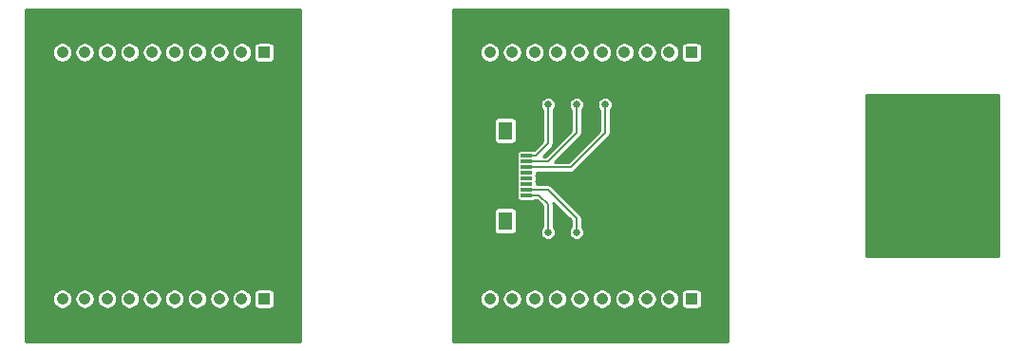
<source format=gbl>
%TF.GenerationSoftware,KiCad,Pcbnew,(5.1.9)-1*%
%TF.CreationDate,2021-03-01T18:45:07-05:00*%
%TF.ProjectId,multicntr_filled,6d756c74-6963-46e7-9472-5f66696c6c65,A*%
%TF.SameCoordinates,Original*%
%TF.FileFunction,Copper,L2,Bot*%
%TF.FilePolarity,Positive*%
%FSLAX46Y46*%
G04 Gerber Fmt 4.6, Leading zero omitted, Abs format (unit mm)*
G04 Created by KiCad (PCBNEW (5.1.9)-1) date 2021-03-01 18:45:07*
%MOMM*%
%LPD*%
G01*
G04 APERTURE LIST*
%TA.AperFunction,SMDPad,CuDef*%
%ADD10R,1.300000X1.650000*%
%TD*%
%TA.AperFunction,SMDPad,CuDef*%
%ADD11R,1.000000X0.300000*%
%TD*%
%TA.AperFunction,ComponentPad*%
%ADD12C,1.050000*%
%TD*%
%TA.AperFunction,ComponentPad*%
%ADD13R,1.050000X1.050000*%
%TD*%
%TA.AperFunction,ViaPad*%
%ADD14C,0.635000*%
%TD*%
%TA.AperFunction,Conductor*%
%ADD15C,0.203200*%
%TD*%
%TA.AperFunction,NonConductor*%
%ADD16C,0.254000*%
%TD*%
%TA.AperFunction,NonConductor*%
%ADD17C,0.150000*%
%TD*%
G04 APERTURE END LIST*
D10*
%TO.P,J2,MP2*%
%TO.N,N/C*%
X169481000Y-92975920D03*
%TO.P,J2,MP1*%
X169481000Y-101025920D03*
D11*
%TO.P,J2,8*%
%TO.N,Net-(J2-Pad8)*%
X171381000Y-95250920D03*
%TO.P,J2,7*%
%TO.N,Net-(J2-Pad7)*%
X171381000Y-95750920D03*
%TO.P,J2,6*%
%TO.N,Net-(J2-Pad6)*%
X171381000Y-96250920D03*
%TO.P,J2,5*%
%TO.N,Net-(J2-Pad5)*%
X171381000Y-96750920D03*
%TO.P,J2,4*%
%TO.N,Net-(J2-Pad4)*%
X171381000Y-97250920D03*
%TO.P,J2,3*%
%TO.N,Net-(J2-Pad3)*%
X171381000Y-97750920D03*
%TO.P,J2,2*%
%TO.N,Net-(J2-Pad2)*%
X171381000Y-98250920D03*
%TO.P,J2,1*%
%TO.N,Net-(J2-Pad1)*%
X171381000Y-98750920D03*
%TD*%
D12*
%TO.P,P2,5*%
%TO.N,N/C*%
X178101000Y-108000920D03*
%TO.P,P2,6*%
X176101000Y-108000920D03*
%TO.P,P2,7*%
X174101000Y-108000920D03*
%TO.P,P2,4*%
X180101000Y-108000920D03*
%TO.P,P2,3*%
X182101000Y-108000920D03*
%TO.P,P2,9*%
X170101000Y-108000920D03*
%TO.P,P2,8*%
X172101000Y-108000920D03*
D13*
%TO.P,P2,1*%
X186101000Y-108000920D03*
D12*
%TO.P,P2,2*%
X184101000Y-108000920D03*
%TO.P,P2,10*%
X168101000Y-108000920D03*
%TD*%
%TO.P,P1,5*%
%TO.N,N/C*%
X178101000Y-86000920D03*
%TO.P,P1,6*%
X176101000Y-86000920D03*
%TO.P,P1,7*%
X174101000Y-86000920D03*
%TO.P,P1,4*%
X180101000Y-86000920D03*
%TO.P,P1,3*%
X182101000Y-86000920D03*
%TO.P,P1,9*%
X170101000Y-86000920D03*
%TO.P,P1,8*%
X172101000Y-86000920D03*
D13*
%TO.P,P1,1*%
X186101000Y-86000920D03*
D12*
%TO.P,P1,2*%
X184101000Y-86000920D03*
%TO.P,P1,10*%
X168101000Y-86000920D03*
%TD*%
%TO.P,P1,10*%
%TO.N,Net-(J1-Pad1)*%
X130001000Y-86000920D03*
%TO.P,P1,2*%
%TO.N,Net-(P1-Pad2)*%
X146001000Y-86000920D03*
D13*
%TO.P,P1,1*%
%TO.N,Net-(P1-Pad1)*%
X148001000Y-86000920D03*
D12*
%TO.P,P1,8*%
%TO.N,Net-(P1-Pad8)*%
X134001000Y-86000920D03*
%TO.P,P1,9*%
%TO.N,Net-(P1-Pad9)*%
X132001000Y-86000920D03*
%TO.P,P1,3*%
%TO.N,Net-(P1-Pad3)*%
X144001000Y-86000920D03*
%TO.P,P1,4*%
%TO.N,Net-(J1-Pad3)*%
X142001000Y-86000920D03*
%TO.P,P1,7*%
%TO.N,Net-(P1-Pad7)*%
X136001000Y-86000920D03*
%TO.P,P1,6*%
%TO.N,Net-(P1-Pad6)*%
X138001000Y-86000920D03*
%TO.P,P1,5*%
%TO.N,Net-(J1-Pad2)*%
X140001000Y-86000920D03*
%TD*%
%TO.P,P2,10*%
%TO.N,Net-(P2-Pad10)*%
X130001000Y-108000920D03*
%TO.P,P2,2*%
%TO.N,Net-(P2-Pad2)*%
X146001000Y-108000920D03*
D13*
%TO.P,P2,1*%
%TO.N,Net-(P2-Pad1)*%
X148001000Y-108000920D03*
D12*
%TO.P,P2,8*%
%TO.N,Net-(J1-Pad7)*%
X134001000Y-108000920D03*
%TO.P,P2,9*%
%TO.N,Net-(J1-Pad8)*%
X132001000Y-108000920D03*
%TO.P,P2,3*%
%TO.N,Net-(P2-Pad3)*%
X144001000Y-108000920D03*
%TO.P,P2,4*%
%TO.N,Net-(P2-Pad4)*%
X142001000Y-108000920D03*
%TO.P,P2,7*%
%TO.N,Net-(P2-Pad7)*%
X136001000Y-108000920D03*
%TO.P,P2,6*%
%TO.N,Net-(P2-Pad6)*%
X138001000Y-108000920D03*
%TO.P,P2,5*%
%TO.N,Net-(P2-Pad5)*%
X140001000Y-108000920D03*
%TD*%
D14*
%TO.N,*%
X178371000Y-90650920D03*
X175831000Y-90650920D03*
X175831000Y-102080920D03*
X173291000Y-90650920D03*
X173291000Y-102080920D03*
%TD*%
D15*
%TO.N,Net-(J2-Pad8)*%
X172184200Y-95250920D02*
X173291000Y-94144120D01*
X171331000Y-95250920D02*
X172184200Y-95250920D01*
X173291000Y-94144120D02*
X173291000Y-90650920D01*
%TO.N,Net-(J2-Pad7)*%
X171331000Y-95750920D02*
X173271000Y-95750920D01*
X173271000Y-95750920D02*
X175831000Y-93190920D01*
X175831000Y-93190920D02*
X175831000Y-90650920D01*
%TO.N,Net-(J2-Pad6)*%
X171331000Y-96250920D02*
X175311000Y-96250920D01*
X175311000Y-96250920D02*
X178371000Y-93190920D01*
X178371000Y-93190920D02*
X178371000Y-90650920D01*
%TO.N,Net-(J2-Pad2)*%
X171331000Y-98250920D02*
X173271000Y-98250920D01*
X173271000Y-98250920D02*
X175831000Y-100810920D01*
X175831000Y-100810920D02*
X175831000Y-102080920D01*
%TO.N,Net-(J2-Pad1)*%
X171331000Y-98750920D02*
X172501000Y-98750920D01*
X172501000Y-98750920D02*
X173291000Y-99540920D01*
X173291000Y-99540920D02*
X173291000Y-102080920D01*
%TD*%
D16*
X213475000Y-104164920D02*
X201687000Y-104164920D01*
X201687000Y-89836920D01*
X213475001Y-89836920D01*
X213475000Y-104164920D01*
%TA.AperFunction,NonConductor*%
D17*
G36*
X213475000Y-104164920D02*
G01*
X201687000Y-104164920D01*
X201687000Y-89836920D01*
X213475001Y-89836920D01*
X213475000Y-104164920D01*
G37*
%TD.AperFunction*%
D16*
X189345000Y-83053318D02*
X189345001Y-83053328D01*
X189345000Y-110948521D01*
X189345000Y-110948522D01*
X189345001Y-111784920D01*
X164857000Y-111784920D01*
X164857000Y-107911687D01*
X167195000Y-107911687D01*
X167195000Y-108090153D01*
X167229817Y-108265191D01*
X167298113Y-108430072D01*
X167397264Y-108578461D01*
X167523459Y-108704656D01*
X167671848Y-108803807D01*
X167836729Y-108872103D01*
X168011767Y-108906920D01*
X168190233Y-108906920D01*
X168365271Y-108872103D01*
X168530152Y-108803807D01*
X168678541Y-108704656D01*
X168804736Y-108578461D01*
X168903887Y-108430072D01*
X168972183Y-108265191D01*
X169007000Y-108090153D01*
X169007000Y-107911687D01*
X169195000Y-107911687D01*
X169195000Y-108090153D01*
X169229817Y-108265191D01*
X169298113Y-108430072D01*
X169397264Y-108578461D01*
X169523459Y-108704656D01*
X169671848Y-108803807D01*
X169836729Y-108872103D01*
X170011767Y-108906920D01*
X170190233Y-108906920D01*
X170365271Y-108872103D01*
X170530152Y-108803807D01*
X170678541Y-108704656D01*
X170804736Y-108578461D01*
X170903887Y-108430072D01*
X170972183Y-108265191D01*
X171007000Y-108090153D01*
X171007000Y-107911687D01*
X171195000Y-107911687D01*
X171195000Y-108090153D01*
X171229817Y-108265191D01*
X171298113Y-108430072D01*
X171397264Y-108578461D01*
X171523459Y-108704656D01*
X171671848Y-108803807D01*
X171836729Y-108872103D01*
X172011767Y-108906920D01*
X172190233Y-108906920D01*
X172365271Y-108872103D01*
X172530152Y-108803807D01*
X172678541Y-108704656D01*
X172804736Y-108578461D01*
X172903887Y-108430072D01*
X172972183Y-108265191D01*
X173007000Y-108090153D01*
X173007000Y-107911687D01*
X173195000Y-107911687D01*
X173195000Y-108090153D01*
X173229817Y-108265191D01*
X173298113Y-108430072D01*
X173397264Y-108578461D01*
X173523459Y-108704656D01*
X173671848Y-108803807D01*
X173836729Y-108872103D01*
X174011767Y-108906920D01*
X174190233Y-108906920D01*
X174365271Y-108872103D01*
X174530152Y-108803807D01*
X174678541Y-108704656D01*
X174804736Y-108578461D01*
X174903887Y-108430072D01*
X174972183Y-108265191D01*
X175007000Y-108090153D01*
X175007000Y-107911687D01*
X175195000Y-107911687D01*
X175195000Y-108090153D01*
X175229817Y-108265191D01*
X175298113Y-108430072D01*
X175397264Y-108578461D01*
X175523459Y-108704656D01*
X175671848Y-108803807D01*
X175836729Y-108872103D01*
X176011767Y-108906920D01*
X176190233Y-108906920D01*
X176365271Y-108872103D01*
X176530152Y-108803807D01*
X176678541Y-108704656D01*
X176804736Y-108578461D01*
X176903887Y-108430072D01*
X176972183Y-108265191D01*
X177007000Y-108090153D01*
X177007000Y-107911687D01*
X177195000Y-107911687D01*
X177195000Y-108090153D01*
X177229817Y-108265191D01*
X177298113Y-108430072D01*
X177397264Y-108578461D01*
X177523459Y-108704656D01*
X177671848Y-108803807D01*
X177836729Y-108872103D01*
X178011767Y-108906920D01*
X178190233Y-108906920D01*
X178365271Y-108872103D01*
X178530152Y-108803807D01*
X178678541Y-108704656D01*
X178804736Y-108578461D01*
X178903887Y-108430072D01*
X178972183Y-108265191D01*
X179007000Y-108090153D01*
X179007000Y-107911687D01*
X179195000Y-107911687D01*
X179195000Y-108090153D01*
X179229817Y-108265191D01*
X179298113Y-108430072D01*
X179397264Y-108578461D01*
X179523459Y-108704656D01*
X179671848Y-108803807D01*
X179836729Y-108872103D01*
X180011767Y-108906920D01*
X180190233Y-108906920D01*
X180365271Y-108872103D01*
X180530152Y-108803807D01*
X180678541Y-108704656D01*
X180804736Y-108578461D01*
X180903887Y-108430072D01*
X180972183Y-108265191D01*
X181007000Y-108090153D01*
X181007000Y-107911687D01*
X181195000Y-107911687D01*
X181195000Y-108090153D01*
X181229817Y-108265191D01*
X181298113Y-108430072D01*
X181397264Y-108578461D01*
X181523459Y-108704656D01*
X181671848Y-108803807D01*
X181836729Y-108872103D01*
X182011767Y-108906920D01*
X182190233Y-108906920D01*
X182365271Y-108872103D01*
X182530152Y-108803807D01*
X182678541Y-108704656D01*
X182804736Y-108578461D01*
X182903887Y-108430072D01*
X182972183Y-108265191D01*
X183007000Y-108090153D01*
X183007000Y-107911687D01*
X183195000Y-107911687D01*
X183195000Y-108090153D01*
X183229817Y-108265191D01*
X183298113Y-108430072D01*
X183397264Y-108578461D01*
X183523459Y-108704656D01*
X183671848Y-108803807D01*
X183836729Y-108872103D01*
X184011767Y-108906920D01*
X184190233Y-108906920D01*
X184365271Y-108872103D01*
X184530152Y-108803807D01*
X184678541Y-108704656D01*
X184804736Y-108578461D01*
X184903887Y-108430072D01*
X184972183Y-108265191D01*
X185007000Y-108090153D01*
X185007000Y-107911687D01*
X184972183Y-107736649D01*
X184903887Y-107571768D01*
X184839844Y-107475920D01*
X185193157Y-107475920D01*
X185193157Y-108525920D01*
X185200513Y-108600609D01*
X185222299Y-108672428D01*
X185257678Y-108738616D01*
X185305289Y-108796631D01*
X185363304Y-108844242D01*
X185429492Y-108879621D01*
X185501311Y-108901407D01*
X185576000Y-108908763D01*
X186626000Y-108908763D01*
X186700689Y-108901407D01*
X186772508Y-108879621D01*
X186838696Y-108844242D01*
X186896711Y-108796631D01*
X186944322Y-108738616D01*
X186979701Y-108672428D01*
X187001487Y-108600609D01*
X187008843Y-108525920D01*
X187008843Y-107475920D01*
X187001487Y-107401231D01*
X186979701Y-107329412D01*
X186944322Y-107263224D01*
X186896711Y-107205209D01*
X186838696Y-107157598D01*
X186772508Y-107122219D01*
X186700689Y-107100433D01*
X186626000Y-107093077D01*
X185576000Y-107093077D01*
X185501311Y-107100433D01*
X185429492Y-107122219D01*
X185363304Y-107157598D01*
X185305289Y-107205209D01*
X185257678Y-107263224D01*
X185222299Y-107329412D01*
X185200513Y-107401231D01*
X185193157Y-107475920D01*
X184839844Y-107475920D01*
X184804736Y-107423379D01*
X184678541Y-107297184D01*
X184530152Y-107198033D01*
X184365271Y-107129737D01*
X184190233Y-107094920D01*
X184011767Y-107094920D01*
X183836729Y-107129737D01*
X183671848Y-107198033D01*
X183523459Y-107297184D01*
X183397264Y-107423379D01*
X183298113Y-107571768D01*
X183229817Y-107736649D01*
X183195000Y-107911687D01*
X183007000Y-107911687D01*
X182972183Y-107736649D01*
X182903887Y-107571768D01*
X182804736Y-107423379D01*
X182678541Y-107297184D01*
X182530152Y-107198033D01*
X182365271Y-107129737D01*
X182190233Y-107094920D01*
X182011767Y-107094920D01*
X181836729Y-107129737D01*
X181671848Y-107198033D01*
X181523459Y-107297184D01*
X181397264Y-107423379D01*
X181298113Y-107571768D01*
X181229817Y-107736649D01*
X181195000Y-107911687D01*
X181007000Y-107911687D01*
X180972183Y-107736649D01*
X180903887Y-107571768D01*
X180804736Y-107423379D01*
X180678541Y-107297184D01*
X180530152Y-107198033D01*
X180365271Y-107129737D01*
X180190233Y-107094920D01*
X180011767Y-107094920D01*
X179836729Y-107129737D01*
X179671848Y-107198033D01*
X179523459Y-107297184D01*
X179397264Y-107423379D01*
X179298113Y-107571768D01*
X179229817Y-107736649D01*
X179195000Y-107911687D01*
X179007000Y-107911687D01*
X178972183Y-107736649D01*
X178903887Y-107571768D01*
X178804736Y-107423379D01*
X178678541Y-107297184D01*
X178530152Y-107198033D01*
X178365271Y-107129737D01*
X178190233Y-107094920D01*
X178011767Y-107094920D01*
X177836729Y-107129737D01*
X177671848Y-107198033D01*
X177523459Y-107297184D01*
X177397264Y-107423379D01*
X177298113Y-107571768D01*
X177229817Y-107736649D01*
X177195000Y-107911687D01*
X177007000Y-107911687D01*
X176972183Y-107736649D01*
X176903887Y-107571768D01*
X176804736Y-107423379D01*
X176678541Y-107297184D01*
X176530152Y-107198033D01*
X176365271Y-107129737D01*
X176190233Y-107094920D01*
X176011767Y-107094920D01*
X175836729Y-107129737D01*
X175671848Y-107198033D01*
X175523459Y-107297184D01*
X175397264Y-107423379D01*
X175298113Y-107571768D01*
X175229817Y-107736649D01*
X175195000Y-107911687D01*
X175007000Y-107911687D01*
X174972183Y-107736649D01*
X174903887Y-107571768D01*
X174804736Y-107423379D01*
X174678541Y-107297184D01*
X174530152Y-107198033D01*
X174365271Y-107129737D01*
X174190233Y-107094920D01*
X174011767Y-107094920D01*
X173836729Y-107129737D01*
X173671848Y-107198033D01*
X173523459Y-107297184D01*
X173397264Y-107423379D01*
X173298113Y-107571768D01*
X173229817Y-107736649D01*
X173195000Y-107911687D01*
X173007000Y-107911687D01*
X172972183Y-107736649D01*
X172903887Y-107571768D01*
X172804736Y-107423379D01*
X172678541Y-107297184D01*
X172530152Y-107198033D01*
X172365271Y-107129737D01*
X172190233Y-107094920D01*
X172011767Y-107094920D01*
X171836729Y-107129737D01*
X171671848Y-107198033D01*
X171523459Y-107297184D01*
X171397264Y-107423379D01*
X171298113Y-107571768D01*
X171229817Y-107736649D01*
X171195000Y-107911687D01*
X171007000Y-107911687D01*
X170972183Y-107736649D01*
X170903887Y-107571768D01*
X170804736Y-107423379D01*
X170678541Y-107297184D01*
X170530152Y-107198033D01*
X170365271Y-107129737D01*
X170190233Y-107094920D01*
X170011767Y-107094920D01*
X169836729Y-107129737D01*
X169671848Y-107198033D01*
X169523459Y-107297184D01*
X169397264Y-107423379D01*
X169298113Y-107571768D01*
X169229817Y-107736649D01*
X169195000Y-107911687D01*
X169007000Y-107911687D01*
X168972183Y-107736649D01*
X168903887Y-107571768D01*
X168804736Y-107423379D01*
X168678541Y-107297184D01*
X168530152Y-107198033D01*
X168365271Y-107129737D01*
X168190233Y-107094920D01*
X168011767Y-107094920D01*
X167836729Y-107129737D01*
X167671848Y-107198033D01*
X167523459Y-107297184D01*
X167397264Y-107423379D01*
X167298113Y-107571768D01*
X167229817Y-107736649D01*
X167195000Y-107911687D01*
X164857000Y-107911687D01*
X164857000Y-100200920D01*
X168448157Y-100200920D01*
X168448157Y-101850920D01*
X168455513Y-101925609D01*
X168477299Y-101997428D01*
X168512678Y-102063616D01*
X168560289Y-102121631D01*
X168618304Y-102169242D01*
X168684492Y-102204621D01*
X168756311Y-102226407D01*
X168831000Y-102233763D01*
X170131000Y-102233763D01*
X170205689Y-102226407D01*
X170277508Y-102204621D01*
X170343696Y-102169242D01*
X170401711Y-102121631D01*
X170449322Y-102063616D01*
X170484701Y-101997428D01*
X170506487Y-101925609D01*
X170513843Y-101850920D01*
X170513843Y-100200920D01*
X170506487Y-100126231D01*
X170484701Y-100054412D01*
X170449322Y-99988224D01*
X170401711Y-99930209D01*
X170343696Y-99882598D01*
X170277508Y-99847219D01*
X170205689Y-99825433D01*
X170131000Y-99818077D01*
X168831000Y-99818077D01*
X168756311Y-99825433D01*
X168684492Y-99847219D01*
X168618304Y-99882598D01*
X168560289Y-99930209D01*
X168512678Y-99988224D01*
X168477299Y-100054412D01*
X168455513Y-100126231D01*
X168448157Y-100200920D01*
X164857000Y-100200920D01*
X164857000Y-95100920D01*
X170498157Y-95100920D01*
X170498157Y-95400920D01*
X170505513Y-95475609D01*
X170513191Y-95500920D01*
X170505513Y-95526231D01*
X170498157Y-95600920D01*
X170498157Y-95900920D01*
X170505513Y-95975609D01*
X170513191Y-96000920D01*
X170505513Y-96026231D01*
X170498157Y-96100920D01*
X170498157Y-96400920D01*
X170505513Y-96475609D01*
X170513191Y-96500920D01*
X170505513Y-96526231D01*
X170498157Y-96600920D01*
X170498157Y-96900920D01*
X170505513Y-96975609D01*
X170513191Y-97000920D01*
X170505513Y-97026231D01*
X170498157Y-97100920D01*
X170498157Y-97400920D01*
X170505513Y-97475609D01*
X170513191Y-97500920D01*
X170505513Y-97526231D01*
X170498157Y-97600920D01*
X170498157Y-97900920D01*
X170505513Y-97975609D01*
X170513191Y-98000920D01*
X170505513Y-98026231D01*
X170498157Y-98100920D01*
X170498157Y-98400920D01*
X170505513Y-98475609D01*
X170513191Y-98500920D01*
X170505513Y-98526231D01*
X170498157Y-98600920D01*
X170498157Y-98900920D01*
X170505513Y-98975609D01*
X170527299Y-99047428D01*
X170562678Y-99113616D01*
X170610289Y-99171631D01*
X170668304Y-99219242D01*
X170734492Y-99254621D01*
X170806311Y-99276407D01*
X170881000Y-99283763D01*
X171881000Y-99283763D01*
X171955689Y-99276407D01*
X172027508Y-99254621D01*
X172066984Y-99233520D01*
X172301101Y-99233520D01*
X172808400Y-99740820D01*
X172808401Y-101575690D01*
X172748439Y-101635652D01*
X172671997Y-101750056D01*
X172619343Y-101877175D01*
X172592500Y-102012124D01*
X172592500Y-102149716D01*
X172619343Y-102284665D01*
X172671997Y-102411784D01*
X172748439Y-102526188D01*
X172845732Y-102623481D01*
X172960136Y-102699923D01*
X173087255Y-102752577D01*
X173222204Y-102779420D01*
X173359796Y-102779420D01*
X173494745Y-102752577D01*
X173621864Y-102699923D01*
X173736268Y-102623481D01*
X173833561Y-102526188D01*
X173910003Y-102411784D01*
X173962657Y-102284665D01*
X173989500Y-102149716D01*
X173989500Y-102012124D01*
X173962657Y-101877175D01*
X173910003Y-101750056D01*
X173833561Y-101635652D01*
X173773600Y-101575691D01*
X173773600Y-99564627D01*
X173775935Y-99540920D01*
X173766617Y-99446313D01*
X173759094Y-99421514D01*
X175348400Y-101010820D01*
X175348401Y-101575690D01*
X175288439Y-101635652D01*
X175211997Y-101750056D01*
X175159343Y-101877175D01*
X175132500Y-102012124D01*
X175132500Y-102149716D01*
X175159343Y-102284665D01*
X175211997Y-102411784D01*
X175288439Y-102526188D01*
X175385732Y-102623481D01*
X175500136Y-102699923D01*
X175627255Y-102752577D01*
X175762204Y-102779420D01*
X175899796Y-102779420D01*
X176034745Y-102752577D01*
X176161864Y-102699923D01*
X176276268Y-102623481D01*
X176373561Y-102526188D01*
X176450003Y-102411784D01*
X176502657Y-102284665D01*
X176529500Y-102149716D01*
X176529500Y-102012124D01*
X176502657Y-101877175D01*
X176450003Y-101750056D01*
X176373561Y-101635652D01*
X176313600Y-101575691D01*
X176313600Y-100834627D01*
X176315935Y-100810920D01*
X176306617Y-100716313D01*
X176279022Y-100625343D01*
X176234208Y-100541504D01*
X176189013Y-100486433D01*
X176189012Y-100486432D01*
X176173901Y-100468019D01*
X176155488Y-100452908D01*
X173629017Y-97926438D01*
X173613901Y-97908019D01*
X173540415Y-97847711D01*
X173456577Y-97802898D01*
X173365606Y-97775303D01*
X173294707Y-97768320D01*
X173294705Y-97768320D01*
X173271000Y-97765985D01*
X173247295Y-97768320D01*
X172263843Y-97768320D01*
X172263843Y-97600920D01*
X172256487Y-97526231D01*
X172248809Y-97500920D01*
X172256487Y-97475609D01*
X172263843Y-97400920D01*
X172263843Y-97100920D01*
X172256487Y-97026231D01*
X172248809Y-97000920D01*
X172256487Y-96975609D01*
X172263843Y-96900920D01*
X172263843Y-96733520D01*
X175287295Y-96733520D01*
X175311000Y-96735855D01*
X175334705Y-96733520D01*
X175334707Y-96733520D01*
X175405606Y-96726537D01*
X175496577Y-96698942D01*
X175580415Y-96654129D01*
X175653901Y-96593821D01*
X175669017Y-96575402D01*
X178695482Y-93548937D01*
X178713901Y-93533821D01*
X178774209Y-93460335D01*
X178819022Y-93376497D01*
X178846617Y-93285526D01*
X178853600Y-93214627D01*
X178853600Y-93214626D01*
X178855935Y-93190920D01*
X178853600Y-93167213D01*
X178853600Y-91156149D01*
X178913561Y-91096188D01*
X178990003Y-90981784D01*
X179042657Y-90854665D01*
X179069500Y-90719716D01*
X179069500Y-90582124D01*
X179042657Y-90447175D01*
X178990003Y-90320056D01*
X178913561Y-90205652D01*
X178816268Y-90108359D01*
X178701864Y-90031917D01*
X178574745Y-89979263D01*
X178439796Y-89952420D01*
X178302204Y-89952420D01*
X178167255Y-89979263D01*
X178040136Y-90031917D01*
X177925732Y-90108359D01*
X177828439Y-90205652D01*
X177751997Y-90320056D01*
X177699343Y-90447175D01*
X177672500Y-90582124D01*
X177672500Y-90719716D01*
X177699343Y-90854665D01*
X177751997Y-90981784D01*
X177828439Y-91096188D01*
X177888401Y-91156150D01*
X177888400Y-92991021D01*
X175111101Y-95768320D01*
X173936099Y-95768320D01*
X176155488Y-93548932D01*
X176173901Y-93533821D01*
X176234209Y-93460335D01*
X176279022Y-93376497D01*
X176306617Y-93285526D01*
X176313600Y-93214627D01*
X176313600Y-93214626D01*
X176315935Y-93190920D01*
X176313600Y-93167213D01*
X176313600Y-91156149D01*
X176373561Y-91096188D01*
X176450003Y-90981784D01*
X176502657Y-90854665D01*
X176529500Y-90719716D01*
X176529500Y-90582124D01*
X176502657Y-90447175D01*
X176450003Y-90320056D01*
X176373561Y-90205652D01*
X176276268Y-90108359D01*
X176161864Y-90031917D01*
X176034745Y-89979263D01*
X175899796Y-89952420D01*
X175762204Y-89952420D01*
X175627255Y-89979263D01*
X175500136Y-90031917D01*
X175385732Y-90108359D01*
X175288439Y-90205652D01*
X175211997Y-90320056D01*
X175159343Y-90447175D01*
X175132500Y-90582124D01*
X175132500Y-90719716D01*
X175159343Y-90854665D01*
X175211997Y-90981784D01*
X175288439Y-91096188D01*
X175348401Y-91156150D01*
X175348400Y-92991020D01*
X173071101Y-95268320D01*
X172849299Y-95268320D01*
X173615488Y-94502132D01*
X173633901Y-94487021D01*
X173694209Y-94413535D01*
X173739022Y-94329697D01*
X173766617Y-94238726D01*
X173773600Y-94167827D01*
X173773600Y-94167826D01*
X173775935Y-94144120D01*
X173773600Y-94120413D01*
X173773600Y-91156149D01*
X173833561Y-91096188D01*
X173910003Y-90981784D01*
X173962657Y-90854665D01*
X173989500Y-90719716D01*
X173989500Y-90582124D01*
X173962657Y-90447175D01*
X173910003Y-90320056D01*
X173833561Y-90205652D01*
X173736268Y-90108359D01*
X173621864Y-90031917D01*
X173494745Y-89979263D01*
X173359796Y-89952420D01*
X173222204Y-89952420D01*
X173087255Y-89979263D01*
X172960136Y-90031917D01*
X172845732Y-90108359D01*
X172748439Y-90205652D01*
X172671997Y-90320056D01*
X172619343Y-90447175D01*
X172592500Y-90582124D01*
X172592500Y-90719716D01*
X172619343Y-90854665D01*
X172671997Y-90981784D01*
X172748439Y-91096188D01*
X172808401Y-91156150D01*
X172808400Y-93944220D01*
X172010547Y-94742074D01*
X171955689Y-94725433D01*
X171881000Y-94718077D01*
X170881000Y-94718077D01*
X170806311Y-94725433D01*
X170734492Y-94747219D01*
X170668304Y-94782598D01*
X170610289Y-94830209D01*
X170562678Y-94888224D01*
X170527299Y-94954412D01*
X170505513Y-95026231D01*
X170498157Y-95100920D01*
X164857000Y-95100920D01*
X164857000Y-92150920D01*
X168448157Y-92150920D01*
X168448157Y-93800920D01*
X168455513Y-93875609D01*
X168477299Y-93947428D01*
X168512678Y-94013616D01*
X168560289Y-94071631D01*
X168618304Y-94119242D01*
X168684492Y-94154621D01*
X168756311Y-94176407D01*
X168831000Y-94183763D01*
X170131000Y-94183763D01*
X170205689Y-94176407D01*
X170277508Y-94154621D01*
X170343696Y-94119242D01*
X170401711Y-94071631D01*
X170449322Y-94013616D01*
X170484701Y-93947428D01*
X170506487Y-93875609D01*
X170513843Y-93800920D01*
X170513843Y-92150920D01*
X170506487Y-92076231D01*
X170484701Y-92004412D01*
X170449322Y-91938224D01*
X170401711Y-91880209D01*
X170343696Y-91832598D01*
X170277508Y-91797219D01*
X170205689Y-91775433D01*
X170131000Y-91768077D01*
X168831000Y-91768077D01*
X168756311Y-91775433D01*
X168684492Y-91797219D01*
X168618304Y-91832598D01*
X168560289Y-91880209D01*
X168512678Y-91938224D01*
X168477299Y-92004412D01*
X168455513Y-92076231D01*
X168448157Y-92150920D01*
X164857000Y-92150920D01*
X164857000Y-85911687D01*
X167195000Y-85911687D01*
X167195000Y-86090153D01*
X167229817Y-86265191D01*
X167298113Y-86430072D01*
X167397264Y-86578461D01*
X167523459Y-86704656D01*
X167671848Y-86803807D01*
X167836729Y-86872103D01*
X168011767Y-86906920D01*
X168190233Y-86906920D01*
X168365271Y-86872103D01*
X168530152Y-86803807D01*
X168678541Y-86704656D01*
X168804736Y-86578461D01*
X168903887Y-86430072D01*
X168972183Y-86265191D01*
X169007000Y-86090153D01*
X169007000Y-85911687D01*
X169195000Y-85911687D01*
X169195000Y-86090153D01*
X169229817Y-86265191D01*
X169298113Y-86430072D01*
X169397264Y-86578461D01*
X169523459Y-86704656D01*
X169671848Y-86803807D01*
X169836729Y-86872103D01*
X170011767Y-86906920D01*
X170190233Y-86906920D01*
X170365271Y-86872103D01*
X170530152Y-86803807D01*
X170678541Y-86704656D01*
X170804736Y-86578461D01*
X170903887Y-86430072D01*
X170972183Y-86265191D01*
X171007000Y-86090153D01*
X171007000Y-85911687D01*
X171195000Y-85911687D01*
X171195000Y-86090153D01*
X171229817Y-86265191D01*
X171298113Y-86430072D01*
X171397264Y-86578461D01*
X171523459Y-86704656D01*
X171671848Y-86803807D01*
X171836729Y-86872103D01*
X172011767Y-86906920D01*
X172190233Y-86906920D01*
X172365271Y-86872103D01*
X172530152Y-86803807D01*
X172678541Y-86704656D01*
X172804736Y-86578461D01*
X172903887Y-86430072D01*
X172972183Y-86265191D01*
X173007000Y-86090153D01*
X173007000Y-85911687D01*
X173195000Y-85911687D01*
X173195000Y-86090153D01*
X173229817Y-86265191D01*
X173298113Y-86430072D01*
X173397264Y-86578461D01*
X173523459Y-86704656D01*
X173671848Y-86803807D01*
X173836729Y-86872103D01*
X174011767Y-86906920D01*
X174190233Y-86906920D01*
X174365271Y-86872103D01*
X174530152Y-86803807D01*
X174678541Y-86704656D01*
X174804736Y-86578461D01*
X174903887Y-86430072D01*
X174972183Y-86265191D01*
X175007000Y-86090153D01*
X175007000Y-85911687D01*
X175195000Y-85911687D01*
X175195000Y-86090153D01*
X175229817Y-86265191D01*
X175298113Y-86430072D01*
X175397264Y-86578461D01*
X175523459Y-86704656D01*
X175671848Y-86803807D01*
X175836729Y-86872103D01*
X176011767Y-86906920D01*
X176190233Y-86906920D01*
X176365271Y-86872103D01*
X176530152Y-86803807D01*
X176678541Y-86704656D01*
X176804736Y-86578461D01*
X176903887Y-86430072D01*
X176972183Y-86265191D01*
X177007000Y-86090153D01*
X177007000Y-85911687D01*
X177195000Y-85911687D01*
X177195000Y-86090153D01*
X177229817Y-86265191D01*
X177298113Y-86430072D01*
X177397264Y-86578461D01*
X177523459Y-86704656D01*
X177671848Y-86803807D01*
X177836729Y-86872103D01*
X178011767Y-86906920D01*
X178190233Y-86906920D01*
X178365271Y-86872103D01*
X178530152Y-86803807D01*
X178678541Y-86704656D01*
X178804736Y-86578461D01*
X178903887Y-86430072D01*
X178972183Y-86265191D01*
X179007000Y-86090153D01*
X179007000Y-85911687D01*
X179195000Y-85911687D01*
X179195000Y-86090153D01*
X179229817Y-86265191D01*
X179298113Y-86430072D01*
X179397264Y-86578461D01*
X179523459Y-86704656D01*
X179671848Y-86803807D01*
X179836729Y-86872103D01*
X180011767Y-86906920D01*
X180190233Y-86906920D01*
X180365271Y-86872103D01*
X180530152Y-86803807D01*
X180678541Y-86704656D01*
X180804736Y-86578461D01*
X180903887Y-86430072D01*
X180972183Y-86265191D01*
X181007000Y-86090153D01*
X181007000Y-85911687D01*
X181195000Y-85911687D01*
X181195000Y-86090153D01*
X181229817Y-86265191D01*
X181298113Y-86430072D01*
X181397264Y-86578461D01*
X181523459Y-86704656D01*
X181671848Y-86803807D01*
X181836729Y-86872103D01*
X182011767Y-86906920D01*
X182190233Y-86906920D01*
X182365271Y-86872103D01*
X182530152Y-86803807D01*
X182678541Y-86704656D01*
X182804736Y-86578461D01*
X182903887Y-86430072D01*
X182972183Y-86265191D01*
X183007000Y-86090153D01*
X183007000Y-85911687D01*
X183195000Y-85911687D01*
X183195000Y-86090153D01*
X183229817Y-86265191D01*
X183298113Y-86430072D01*
X183397264Y-86578461D01*
X183523459Y-86704656D01*
X183671848Y-86803807D01*
X183836729Y-86872103D01*
X184011767Y-86906920D01*
X184190233Y-86906920D01*
X184365271Y-86872103D01*
X184530152Y-86803807D01*
X184678541Y-86704656D01*
X184804736Y-86578461D01*
X184903887Y-86430072D01*
X184972183Y-86265191D01*
X185007000Y-86090153D01*
X185007000Y-85911687D01*
X184972183Y-85736649D01*
X184903887Y-85571768D01*
X184839844Y-85475920D01*
X185193157Y-85475920D01*
X185193157Y-86525920D01*
X185200513Y-86600609D01*
X185222299Y-86672428D01*
X185257678Y-86738616D01*
X185305289Y-86796631D01*
X185363304Y-86844242D01*
X185429492Y-86879621D01*
X185501311Y-86901407D01*
X185576000Y-86908763D01*
X186626000Y-86908763D01*
X186700689Y-86901407D01*
X186772508Y-86879621D01*
X186838696Y-86844242D01*
X186896711Y-86796631D01*
X186944322Y-86738616D01*
X186979701Y-86672428D01*
X187001487Y-86600609D01*
X187008843Y-86525920D01*
X187008843Y-85475920D01*
X187001487Y-85401231D01*
X186979701Y-85329412D01*
X186944322Y-85263224D01*
X186896711Y-85205209D01*
X186838696Y-85157598D01*
X186772508Y-85122219D01*
X186700689Y-85100433D01*
X186626000Y-85093077D01*
X185576000Y-85093077D01*
X185501311Y-85100433D01*
X185429492Y-85122219D01*
X185363304Y-85157598D01*
X185305289Y-85205209D01*
X185257678Y-85263224D01*
X185222299Y-85329412D01*
X185200513Y-85401231D01*
X185193157Y-85475920D01*
X184839844Y-85475920D01*
X184804736Y-85423379D01*
X184678541Y-85297184D01*
X184530152Y-85198033D01*
X184365271Y-85129737D01*
X184190233Y-85094920D01*
X184011767Y-85094920D01*
X183836729Y-85129737D01*
X183671848Y-85198033D01*
X183523459Y-85297184D01*
X183397264Y-85423379D01*
X183298113Y-85571768D01*
X183229817Y-85736649D01*
X183195000Y-85911687D01*
X183007000Y-85911687D01*
X182972183Y-85736649D01*
X182903887Y-85571768D01*
X182804736Y-85423379D01*
X182678541Y-85297184D01*
X182530152Y-85198033D01*
X182365271Y-85129737D01*
X182190233Y-85094920D01*
X182011767Y-85094920D01*
X181836729Y-85129737D01*
X181671848Y-85198033D01*
X181523459Y-85297184D01*
X181397264Y-85423379D01*
X181298113Y-85571768D01*
X181229817Y-85736649D01*
X181195000Y-85911687D01*
X181007000Y-85911687D01*
X180972183Y-85736649D01*
X180903887Y-85571768D01*
X180804736Y-85423379D01*
X180678541Y-85297184D01*
X180530152Y-85198033D01*
X180365271Y-85129737D01*
X180190233Y-85094920D01*
X180011767Y-85094920D01*
X179836729Y-85129737D01*
X179671848Y-85198033D01*
X179523459Y-85297184D01*
X179397264Y-85423379D01*
X179298113Y-85571768D01*
X179229817Y-85736649D01*
X179195000Y-85911687D01*
X179007000Y-85911687D01*
X178972183Y-85736649D01*
X178903887Y-85571768D01*
X178804736Y-85423379D01*
X178678541Y-85297184D01*
X178530152Y-85198033D01*
X178365271Y-85129737D01*
X178190233Y-85094920D01*
X178011767Y-85094920D01*
X177836729Y-85129737D01*
X177671848Y-85198033D01*
X177523459Y-85297184D01*
X177397264Y-85423379D01*
X177298113Y-85571768D01*
X177229817Y-85736649D01*
X177195000Y-85911687D01*
X177007000Y-85911687D01*
X176972183Y-85736649D01*
X176903887Y-85571768D01*
X176804736Y-85423379D01*
X176678541Y-85297184D01*
X176530152Y-85198033D01*
X176365271Y-85129737D01*
X176190233Y-85094920D01*
X176011767Y-85094920D01*
X175836729Y-85129737D01*
X175671848Y-85198033D01*
X175523459Y-85297184D01*
X175397264Y-85423379D01*
X175298113Y-85571768D01*
X175229817Y-85736649D01*
X175195000Y-85911687D01*
X175007000Y-85911687D01*
X174972183Y-85736649D01*
X174903887Y-85571768D01*
X174804736Y-85423379D01*
X174678541Y-85297184D01*
X174530152Y-85198033D01*
X174365271Y-85129737D01*
X174190233Y-85094920D01*
X174011767Y-85094920D01*
X173836729Y-85129737D01*
X173671848Y-85198033D01*
X173523459Y-85297184D01*
X173397264Y-85423379D01*
X173298113Y-85571768D01*
X173229817Y-85736649D01*
X173195000Y-85911687D01*
X173007000Y-85911687D01*
X172972183Y-85736649D01*
X172903887Y-85571768D01*
X172804736Y-85423379D01*
X172678541Y-85297184D01*
X172530152Y-85198033D01*
X172365271Y-85129737D01*
X172190233Y-85094920D01*
X172011767Y-85094920D01*
X171836729Y-85129737D01*
X171671848Y-85198033D01*
X171523459Y-85297184D01*
X171397264Y-85423379D01*
X171298113Y-85571768D01*
X171229817Y-85736649D01*
X171195000Y-85911687D01*
X171007000Y-85911687D01*
X170972183Y-85736649D01*
X170903887Y-85571768D01*
X170804736Y-85423379D01*
X170678541Y-85297184D01*
X170530152Y-85198033D01*
X170365271Y-85129737D01*
X170190233Y-85094920D01*
X170011767Y-85094920D01*
X169836729Y-85129737D01*
X169671848Y-85198033D01*
X169523459Y-85297184D01*
X169397264Y-85423379D01*
X169298113Y-85571768D01*
X169229817Y-85736649D01*
X169195000Y-85911687D01*
X169007000Y-85911687D01*
X168972183Y-85736649D01*
X168903887Y-85571768D01*
X168804736Y-85423379D01*
X168678541Y-85297184D01*
X168530152Y-85198033D01*
X168365271Y-85129737D01*
X168190233Y-85094920D01*
X168011767Y-85094920D01*
X167836729Y-85129737D01*
X167671848Y-85198033D01*
X167523459Y-85297184D01*
X167397264Y-85423379D01*
X167298113Y-85571768D01*
X167229817Y-85736649D01*
X167195000Y-85911687D01*
X164857000Y-85911687D01*
X164857000Y-82216920D01*
X189345001Y-82216920D01*
X189345000Y-83053318D01*
%TA.AperFunction,NonConductor*%
D17*
G36*
X189345000Y-83053318D02*
G01*
X189345001Y-83053328D01*
X189345000Y-110948521D01*
X189345000Y-110948522D01*
X189345001Y-111784920D01*
X164857000Y-111784920D01*
X164857000Y-107911687D01*
X167195000Y-107911687D01*
X167195000Y-108090153D01*
X167229817Y-108265191D01*
X167298113Y-108430072D01*
X167397264Y-108578461D01*
X167523459Y-108704656D01*
X167671848Y-108803807D01*
X167836729Y-108872103D01*
X168011767Y-108906920D01*
X168190233Y-108906920D01*
X168365271Y-108872103D01*
X168530152Y-108803807D01*
X168678541Y-108704656D01*
X168804736Y-108578461D01*
X168903887Y-108430072D01*
X168972183Y-108265191D01*
X169007000Y-108090153D01*
X169007000Y-107911687D01*
X169195000Y-107911687D01*
X169195000Y-108090153D01*
X169229817Y-108265191D01*
X169298113Y-108430072D01*
X169397264Y-108578461D01*
X169523459Y-108704656D01*
X169671848Y-108803807D01*
X169836729Y-108872103D01*
X170011767Y-108906920D01*
X170190233Y-108906920D01*
X170365271Y-108872103D01*
X170530152Y-108803807D01*
X170678541Y-108704656D01*
X170804736Y-108578461D01*
X170903887Y-108430072D01*
X170972183Y-108265191D01*
X171007000Y-108090153D01*
X171007000Y-107911687D01*
X171195000Y-107911687D01*
X171195000Y-108090153D01*
X171229817Y-108265191D01*
X171298113Y-108430072D01*
X171397264Y-108578461D01*
X171523459Y-108704656D01*
X171671848Y-108803807D01*
X171836729Y-108872103D01*
X172011767Y-108906920D01*
X172190233Y-108906920D01*
X172365271Y-108872103D01*
X172530152Y-108803807D01*
X172678541Y-108704656D01*
X172804736Y-108578461D01*
X172903887Y-108430072D01*
X172972183Y-108265191D01*
X173007000Y-108090153D01*
X173007000Y-107911687D01*
X173195000Y-107911687D01*
X173195000Y-108090153D01*
X173229817Y-108265191D01*
X173298113Y-108430072D01*
X173397264Y-108578461D01*
X173523459Y-108704656D01*
X173671848Y-108803807D01*
X173836729Y-108872103D01*
X174011767Y-108906920D01*
X174190233Y-108906920D01*
X174365271Y-108872103D01*
X174530152Y-108803807D01*
X174678541Y-108704656D01*
X174804736Y-108578461D01*
X174903887Y-108430072D01*
X174972183Y-108265191D01*
X175007000Y-108090153D01*
X175007000Y-107911687D01*
X175195000Y-107911687D01*
X175195000Y-108090153D01*
X175229817Y-108265191D01*
X175298113Y-108430072D01*
X175397264Y-108578461D01*
X175523459Y-108704656D01*
X175671848Y-108803807D01*
X175836729Y-108872103D01*
X176011767Y-108906920D01*
X176190233Y-108906920D01*
X176365271Y-108872103D01*
X176530152Y-108803807D01*
X176678541Y-108704656D01*
X176804736Y-108578461D01*
X176903887Y-108430072D01*
X176972183Y-108265191D01*
X177007000Y-108090153D01*
X177007000Y-107911687D01*
X177195000Y-107911687D01*
X177195000Y-108090153D01*
X177229817Y-108265191D01*
X177298113Y-108430072D01*
X177397264Y-108578461D01*
X177523459Y-108704656D01*
X177671848Y-108803807D01*
X177836729Y-108872103D01*
X178011767Y-108906920D01*
X178190233Y-108906920D01*
X178365271Y-108872103D01*
X178530152Y-108803807D01*
X178678541Y-108704656D01*
X178804736Y-108578461D01*
X178903887Y-108430072D01*
X178972183Y-108265191D01*
X179007000Y-108090153D01*
X179007000Y-107911687D01*
X179195000Y-107911687D01*
X179195000Y-108090153D01*
X179229817Y-108265191D01*
X179298113Y-108430072D01*
X179397264Y-108578461D01*
X179523459Y-108704656D01*
X179671848Y-108803807D01*
X179836729Y-108872103D01*
X180011767Y-108906920D01*
X180190233Y-108906920D01*
X180365271Y-108872103D01*
X180530152Y-108803807D01*
X180678541Y-108704656D01*
X180804736Y-108578461D01*
X180903887Y-108430072D01*
X180972183Y-108265191D01*
X181007000Y-108090153D01*
X181007000Y-107911687D01*
X181195000Y-107911687D01*
X181195000Y-108090153D01*
X181229817Y-108265191D01*
X181298113Y-108430072D01*
X181397264Y-108578461D01*
X181523459Y-108704656D01*
X181671848Y-108803807D01*
X181836729Y-108872103D01*
X182011767Y-108906920D01*
X182190233Y-108906920D01*
X182365271Y-108872103D01*
X182530152Y-108803807D01*
X182678541Y-108704656D01*
X182804736Y-108578461D01*
X182903887Y-108430072D01*
X182972183Y-108265191D01*
X183007000Y-108090153D01*
X183007000Y-107911687D01*
X183195000Y-107911687D01*
X183195000Y-108090153D01*
X183229817Y-108265191D01*
X183298113Y-108430072D01*
X183397264Y-108578461D01*
X183523459Y-108704656D01*
X183671848Y-108803807D01*
X183836729Y-108872103D01*
X184011767Y-108906920D01*
X184190233Y-108906920D01*
X184365271Y-108872103D01*
X184530152Y-108803807D01*
X184678541Y-108704656D01*
X184804736Y-108578461D01*
X184903887Y-108430072D01*
X184972183Y-108265191D01*
X185007000Y-108090153D01*
X185007000Y-107911687D01*
X184972183Y-107736649D01*
X184903887Y-107571768D01*
X184839844Y-107475920D01*
X185193157Y-107475920D01*
X185193157Y-108525920D01*
X185200513Y-108600609D01*
X185222299Y-108672428D01*
X185257678Y-108738616D01*
X185305289Y-108796631D01*
X185363304Y-108844242D01*
X185429492Y-108879621D01*
X185501311Y-108901407D01*
X185576000Y-108908763D01*
X186626000Y-108908763D01*
X186700689Y-108901407D01*
X186772508Y-108879621D01*
X186838696Y-108844242D01*
X186896711Y-108796631D01*
X186944322Y-108738616D01*
X186979701Y-108672428D01*
X187001487Y-108600609D01*
X187008843Y-108525920D01*
X187008843Y-107475920D01*
X187001487Y-107401231D01*
X186979701Y-107329412D01*
X186944322Y-107263224D01*
X186896711Y-107205209D01*
X186838696Y-107157598D01*
X186772508Y-107122219D01*
X186700689Y-107100433D01*
X186626000Y-107093077D01*
X185576000Y-107093077D01*
X185501311Y-107100433D01*
X185429492Y-107122219D01*
X185363304Y-107157598D01*
X185305289Y-107205209D01*
X185257678Y-107263224D01*
X185222299Y-107329412D01*
X185200513Y-107401231D01*
X185193157Y-107475920D01*
X184839844Y-107475920D01*
X184804736Y-107423379D01*
X184678541Y-107297184D01*
X184530152Y-107198033D01*
X184365271Y-107129737D01*
X184190233Y-107094920D01*
X184011767Y-107094920D01*
X183836729Y-107129737D01*
X183671848Y-107198033D01*
X183523459Y-107297184D01*
X183397264Y-107423379D01*
X183298113Y-107571768D01*
X183229817Y-107736649D01*
X183195000Y-107911687D01*
X183007000Y-107911687D01*
X182972183Y-107736649D01*
X182903887Y-107571768D01*
X182804736Y-107423379D01*
X182678541Y-107297184D01*
X182530152Y-107198033D01*
X182365271Y-107129737D01*
X182190233Y-107094920D01*
X182011767Y-107094920D01*
X181836729Y-107129737D01*
X181671848Y-107198033D01*
X181523459Y-107297184D01*
X181397264Y-107423379D01*
X181298113Y-107571768D01*
X181229817Y-107736649D01*
X181195000Y-107911687D01*
X181007000Y-107911687D01*
X180972183Y-107736649D01*
X180903887Y-107571768D01*
X180804736Y-107423379D01*
X180678541Y-107297184D01*
X180530152Y-107198033D01*
X180365271Y-107129737D01*
X180190233Y-107094920D01*
X180011767Y-107094920D01*
X179836729Y-107129737D01*
X179671848Y-107198033D01*
X179523459Y-107297184D01*
X179397264Y-107423379D01*
X179298113Y-107571768D01*
X179229817Y-107736649D01*
X179195000Y-107911687D01*
X179007000Y-107911687D01*
X178972183Y-107736649D01*
X178903887Y-107571768D01*
X178804736Y-107423379D01*
X178678541Y-107297184D01*
X178530152Y-107198033D01*
X178365271Y-107129737D01*
X178190233Y-107094920D01*
X178011767Y-107094920D01*
X177836729Y-107129737D01*
X177671848Y-107198033D01*
X177523459Y-107297184D01*
X177397264Y-107423379D01*
X177298113Y-107571768D01*
X177229817Y-107736649D01*
X177195000Y-107911687D01*
X177007000Y-107911687D01*
X176972183Y-107736649D01*
X176903887Y-107571768D01*
X176804736Y-107423379D01*
X176678541Y-107297184D01*
X176530152Y-107198033D01*
X176365271Y-107129737D01*
X176190233Y-107094920D01*
X176011767Y-107094920D01*
X175836729Y-107129737D01*
X175671848Y-107198033D01*
X175523459Y-107297184D01*
X175397264Y-107423379D01*
X175298113Y-107571768D01*
X175229817Y-107736649D01*
X175195000Y-107911687D01*
X175007000Y-107911687D01*
X174972183Y-107736649D01*
X174903887Y-107571768D01*
X174804736Y-107423379D01*
X174678541Y-107297184D01*
X174530152Y-107198033D01*
X174365271Y-107129737D01*
X174190233Y-107094920D01*
X174011767Y-107094920D01*
X173836729Y-107129737D01*
X173671848Y-107198033D01*
X173523459Y-107297184D01*
X173397264Y-107423379D01*
X173298113Y-107571768D01*
X173229817Y-107736649D01*
X173195000Y-107911687D01*
X173007000Y-107911687D01*
X172972183Y-107736649D01*
X172903887Y-107571768D01*
X172804736Y-107423379D01*
X172678541Y-107297184D01*
X172530152Y-107198033D01*
X172365271Y-107129737D01*
X172190233Y-107094920D01*
X172011767Y-107094920D01*
X171836729Y-107129737D01*
X171671848Y-107198033D01*
X171523459Y-107297184D01*
X171397264Y-107423379D01*
X171298113Y-107571768D01*
X171229817Y-107736649D01*
X171195000Y-107911687D01*
X171007000Y-107911687D01*
X170972183Y-107736649D01*
X170903887Y-107571768D01*
X170804736Y-107423379D01*
X170678541Y-107297184D01*
X170530152Y-107198033D01*
X170365271Y-107129737D01*
X170190233Y-107094920D01*
X170011767Y-107094920D01*
X169836729Y-107129737D01*
X169671848Y-107198033D01*
X169523459Y-107297184D01*
X169397264Y-107423379D01*
X169298113Y-107571768D01*
X169229817Y-107736649D01*
X169195000Y-107911687D01*
X169007000Y-107911687D01*
X168972183Y-107736649D01*
X168903887Y-107571768D01*
X168804736Y-107423379D01*
X168678541Y-107297184D01*
X168530152Y-107198033D01*
X168365271Y-107129737D01*
X168190233Y-107094920D01*
X168011767Y-107094920D01*
X167836729Y-107129737D01*
X167671848Y-107198033D01*
X167523459Y-107297184D01*
X167397264Y-107423379D01*
X167298113Y-107571768D01*
X167229817Y-107736649D01*
X167195000Y-107911687D01*
X164857000Y-107911687D01*
X164857000Y-100200920D01*
X168448157Y-100200920D01*
X168448157Y-101850920D01*
X168455513Y-101925609D01*
X168477299Y-101997428D01*
X168512678Y-102063616D01*
X168560289Y-102121631D01*
X168618304Y-102169242D01*
X168684492Y-102204621D01*
X168756311Y-102226407D01*
X168831000Y-102233763D01*
X170131000Y-102233763D01*
X170205689Y-102226407D01*
X170277508Y-102204621D01*
X170343696Y-102169242D01*
X170401711Y-102121631D01*
X170449322Y-102063616D01*
X170484701Y-101997428D01*
X170506487Y-101925609D01*
X170513843Y-101850920D01*
X170513843Y-100200920D01*
X170506487Y-100126231D01*
X170484701Y-100054412D01*
X170449322Y-99988224D01*
X170401711Y-99930209D01*
X170343696Y-99882598D01*
X170277508Y-99847219D01*
X170205689Y-99825433D01*
X170131000Y-99818077D01*
X168831000Y-99818077D01*
X168756311Y-99825433D01*
X168684492Y-99847219D01*
X168618304Y-99882598D01*
X168560289Y-99930209D01*
X168512678Y-99988224D01*
X168477299Y-100054412D01*
X168455513Y-100126231D01*
X168448157Y-100200920D01*
X164857000Y-100200920D01*
X164857000Y-95100920D01*
X170498157Y-95100920D01*
X170498157Y-95400920D01*
X170505513Y-95475609D01*
X170513191Y-95500920D01*
X170505513Y-95526231D01*
X170498157Y-95600920D01*
X170498157Y-95900920D01*
X170505513Y-95975609D01*
X170513191Y-96000920D01*
X170505513Y-96026231D01*
X170498157Y-96100920D01*
X170498157Y-96400920D01*
X170505513Y-96475609D01*
X170513191Y-96500920D01*
X170505513Y-96526231D01*
X170498157Y-96600920D01*
X170498157Y-96900920D01*
X170505513Y-96975609D01*
X170513191Y-97000920D01*
X170505513Y-97026231D01*
X170498157Y-97100920D01*
X170498157Y-97400920D01*
X170505513Y-97475609D01*
X170513191Y-97500920D01*
X170505513Y-97526231D01*
X170498157Y-97600920D01*
X170498157Y-97900920D01*
X170505513Y-97975609D01*
X170513191Y-98000920D01*
X170505513Y-98026231D01*
X170498157Y-98100920D01*
X170498157Y-98400920D01*
X170505513Y-98475609D01*
X170513191Y-98500920D01*
X170505513Y-98526231D01*
X170498157Y-98600920D01*
X170498157Y-98900920D01*
X170505513Y-98975609D01*
X170527299Y-99047428D01*
X170562678Y-99113616D01*
X170610289Y-99171631D01*
X170668304Y-99219242D01*
X170734492Y-99254621D01*
X170806311Y-99276407D01*
X170881000Y-99283763D01*
X171881000Y-99283763D01*
X171955689Y-99276407D01*
X172027508Y-99254621D01*
X172066984Y-99233520D01*
X172301101Y-99233520D01*
X172808400Y-99740820D01*
X172808401Y-101575690D01*
X172748439Y-101635652D01*
X172671997Y-101750056D01*
X172619343Y-101877175D01*
X172592500Y-102012124D01*
X172592500Y-102149716D01*
X172619343Y-102284665D01*
X172671997Y-102411784D01*
X172748439Y-102526188D01*
X172845732Y-102623481D01*
X172960136Y-102699923D01*
X173087255Y-102752577D01*
X173222204Y-102779420D01*
X173359796Y-102779420D01*
X173494745Y-102752577D01*
X173621864Y-102699923D01*
X173736268Y-102623481D01*
X173833561Y-102526188D01*
X173910003Y-102411784D01*
X173962657Y-102284665D01*
X173989500Y-102149716D01*
X173989500Y-102012124D01*
X173962657Y-101877175D01*
X173910003Y-101750056D01*
X173833561Y-101635652D01*
X173773600Y-101575691D01*
X173773600Y-99564627D01*
X173775935Y-99540920D01*
X173766617Y-99446313D01*
X173759094Y-99421514D01*
X175348400Y-101010820D01*
X175348401Y-101575690D01*
X175288439Y-101635652D01*
X175211997Y-101750056D01*
X175159343Y-101877175D01*
X175132500Y-102012124D01*
X175132500Y-102149716D01*
X175159343Y-102284665D01*
X175211997Y-102411784D01*
X175288439Y-102526188D01*
X175385732Y-102623481D01*
X175500136Y-102699923D01*
X175627255Y-102752577D01*
X175762204Y-102779420D01*
X175899796Y-102779420D01*
X176034745Y-102752577D01*
X176161864Y-102699923D01*
X176276268Y-102623481D01*
X176373561Y-102526188D01*
X176450003Y-102411784D01*
X176502657Y-102284665D01*
X176529500Y-102149716D01*
X176529500Y-102012124D01*
X176502657Y-101877175D01*
X176450003Y-101750056D01*
X176373561Y-101635652D01*
X176313600Y-101575691D01*
X176313600Y-100834627D01*
X176315935Y-100810920D01*
X176306617Y-100716313D01*
X176279022Y-100625343D01*
X176234208Y-100541504D01*
X176189013Y-100486433D01*
X176189012Y-100486432D01*
X176173901Y-100468019D01*
X176155488Y-100452908D01*
X173629017Y-97926438D01*
X173613901Y-97908019D01*
X173540415Y-97847711D01*
X173456577Y-97802898D01*
X173365606Y-97775303D01*
X173294707Y-97768320D01*
X173294705Y-97768320D01*
X173271000Y-97765985D01*
X173247295Y-97768320D01*
X172263843Y-97768320D01*
X172263843Y-97600920D01*
X172256487Y-97526231D01*
X172248809Y-97500920D01*
X172256487Y-97475609D01*
X172263843Y-97400920D01*
X172263843Y-97100920D01*
X172256487Y-97026231D01*
X172248809Y-97000920D01*
X172256487Y-96975609D01*
X172263843Y-96900920D01*
X172263843Y-96733520D01*
X175287295Y-96733520D01*
X175311000Y-96735855D01*
X175334705Y-96733520D01*
X175334707Y-96733520D01*
X175405606Y-96726537D01*
X175496577Y-96698942D01*
X175580415Y-96654129D01*
X175653901Y-96593821D01*
X175669017Y-96575402D01*
X178695482Y-93548937D01*
X178713901Y-93533821D01*
X178774209Y-93460335D01*
X178819022Y-93376497D01*
X178846617Y-93285526D01*
X178853600Y-93214627D01*
X178853600Y-93214626D01*
X178855935Y-93190920D01*
X178853600Y-93167213D01*
X178853600Y-91156149D01*
X178913561Y-91096188D01*
X178990003Y-90981784D01*
X179042657Y-90854665D01*
X179069500Y-90719716D01*
X179069500Y-90582124D01*
X179042657Y-90447175D01*
X178990003Y-90320056D01*
X178913561Y-90205652D01*
X178816268Y-90108359D01*
X178701864Y-90031917D01*
X178574745Y-89979263D01*
X178439796Y-89952420D01*
X178302204Y-89952420D01*
X178167255Y-89979263D01*
X178040136Y-90031917D01*
X177925732Y-90108359D01*
X177828439Y-90205652D01*
X177751997Y-90320056D01*
X177699343Y-90447175D01*
X177672500Y-90582124D01*
X177672500Y-90719716D01*
X177699343Y-90854665D01*
X177751997Y-90981784D01*
X177828439Y-91096188D01*
X177888401Y-91156150D01*
X177888400Y-92991021D01*
X175111101Y-95768320D01*
X173936099Y-95768320D01*
X176155488Y-93548932D01*
X176173901Y-93533821D01*
X176234209Y-93460335D01*
X176279022Y-93376497D01*
X176306617Y-93285526D01*
X176313600Y-93214627D01*
X176313600Y-93214626D01*
X176315935Y-93190920D01*
X176313600Y-93167213D01*
X176313600Y-91156149D01*
X176373561Y-91096188D01*
X176450003Y-90981784D01*
X176502657Y-90854665D01*
X176529500Y-90719716D01*
X176529500Y-90582124D01*
X176502657Y-90447175D01*
X176450003Y-90320056D01*
X176373561Y-90205652D01*
X176276268Y-90108359D01*
X176161864Y-90031917D01*
X176034745Y-89979263D01*
X175899796Y-89952420D01*
X175762204Y-89952420D01*
X175627255Y-89979263D01*
X175500136Y-90031917D01*
X175385732Y-90108359D01*
X175288439Y-90205652D01*
X175211997Y-90320056D01*
X175159343Y-90447175D01*
X175132500Y-90582124D01*
X175132500Y-90719716D01*
X175159343Y-90854665D01*
X175211997Y-90981784D01*
X175288439Y-91096188D01*
X175348401Y-91156150D01*
X175348400Y-92991020D01*
X173071101Y-95268320D01*
X172849299Y-95268320D01*
X173615488Y-94502132D01*
X173633901Y-94487021D01*
X173694209Y-94413535D01*
X173739022Y-94329697D01*
X173766617Y-94238726D01*
X173773600Y-94167827D01*
X173773600Y-94167826D01*
X173775935Y-94144120D01*
X173773600Y-94120413D01*
X173773600Y-91156149D01*
X173833561Y-91096188D01*
X173910003Y-90981784D01*
X173962657Y-90854665D01*
X173989500Y-90719716D01*
X173989500Y-90582124D01*
X173962657Y-90447175D01*
X173910003Y-90320056D01*
X173833561Y-90205652D01*
X173736268Y-90108359D01*
X173621864Y-90031917D01*
X173494745Y-89979263D01*
X173359796Y-89952420D01*
X173222204Y-89952420D01*
X173087255Y-89979263D01*
X172960136Y-90031917D01*
X172845732Y-90108359D01*
X172748439Y-90205652D01*
X172671997Y-90320056D01*
X172619343Y-90447175D01*
X172592500Y-90582124D01*
X172592500Y-90719716D01*
X172619343Y-90854665D01*
X172671997Y-90981784D01*
X172748439Y-91096188D01*
X172808401Y-91156150D01*
X172808400Y-93944220D01*
X172010547Y-94742074D01*
X171955689Y-94725433D01*
X171881000Y-94718077D01*
X170881000Y-94718077D01*
X170806311Y-94725433D01*
X170734492Y-94747219D01*
X170668304Y-94782598D01*
X170610289Y-94830209D01*
X170562678Y-94888224D01*
X170527299Y-94954412D01*
X170505513Y-95026231D01*
X170498157Y-95100920D01*
X164857000Y-95100920D01*
X164857000Y-92150920D01*
X168448157Y-92150920D01*
X168448157Y-93800920D01*
X168455513Y-93875609D01*
X168477299Y-93947428D01*
X168512678Y-94013616D01*
X168560289Y-94071631D01*
X168618304Y-94119242D01*
X168684492Y-94154621D01*
X168756311Y-94176407D01*
X168831000Y-94183763D01*
X170131000Y-94183763D01*
X170205689Y-94176407D01*
X170277508Y-94154621D01*
X170343696Y-94119242D01*
X170401711Y-94071631D01*
X170449322Y-94013616D01*
X170484701Y-93947428D01*
X170506487Y-93875609D01*
X170513843Y-93800920D01*
X170513843Y-92150920D01*
X170506487Y-92076231D01*
X170484701Y-92004412D01*
X170449322Y-91938224D01*
X170401711Y-91880209D01*
X170343696Y-91832598D01*
X170277508Y-91797219D01*
X170205689Y-91775433D01*
X170131000Y-91768077D01*
X168831000Y-91768077D01*
X168756311Y-91775433D01*
X168684492Y-91797219D01*
X168618304Y-91832598D01*
X168560289Y-91880209D01*
X168512678Y-91938224D01*
X168477299Y-92004412D01*
X168455513Y-92076231D01*
X168448157Y-92150920D01*
X164857000Y-92150920D01*
X164857000Y-85911687D01*
X167195000Y-85911687D01*
X167195000Y-86090153D01*
X167229817Y-86265191D01*
X167298113Y-86430072D01*
X167397264Y-86578461D01*
X167523459Y-86704656D01*
X167671848Y-86803807D01*
X167836729Y-86872103D01*
X168011767Y-86906920D01*
X168190233Y-86906920D01*
X168365271Y-86872103D01*
X168530152Y-86803807D01*
X168678541Y-86704656D01*
X168804736Y-86578461D01*
X168903887Y-86430072D01*
X168972183Y-86265191D01*
X169007000Y-86090153D01*
X169007000Y-85911687D01*
X169195000Y-85911687D01*
X169195000Y-86090153D01*
X169229817Y-86265191D01*
X169298113Y-86430072D01*
X169397264Y-86578461D01*
X169523459Y-86704656D01*
X169671848Y-86803807D01*
X169836729Y-86872103D01*
X170011767Y-86906920D01*
X170190233Y-86906920D01*
X170365271Y-86872103D01*
X170530152Y-86803807D01*
X170678541Y-86704656D01*
X170804736Y-86578461D01*
X170903887Y-86430072D01*
X170972183Y-86265191D01*
X171007000Y-86090153D01*
X171007000Y-85911687D01*
X171195000Y-85911687D01*
X171195000Y-86090153D01*
X171229817Y-86265191D01*
X171298113Y-86430072D01*
X171397264Y-86578461D01*
X171523459Y-86704656D01*
X171671848Y-86803807D01*
X171836729Y-86872103D01*
X172011767Y-86906920D01*
X172190233Y-86906920D01*
X172365271Y-86872103D01*
X172530152Y-86803807D01*
X172678541Y-86704656D01*
X172804736Y-86578461D01*
X172903887Y-86430072D01*
X172972183Y-86265191D01*
X173007000Y-86090153D01*
X173007000Y-85911687D01*
X173195000Y-85911687D01*
X173195000Y-86090153D01*
X173229817Y-86265191D01*
X173298113Y-86430072D01*
X173397264Y-86578461D01*
X173523459Y-86704656D01*
X173671848Y-86803807D01*
X173836729Y-86872103D01*
X174011767Y-86906920D01*
X174190233Y-86906920D01*
X174365271Y-86872103D01*
X174530152Y-86803807D01*
X174678541Y-86704656D01*
X174804736Y-86578461D01*
X174903887Y-86430072D01*
X174972183Y-86265191D01*
X175007000Y-86090153D01*
X175007000Y-85911687D01*
X175195000Y-85911687D01*
X175195000Y-86090153D01*
X175229817Y-86265191D01*
X175298113Y-86430072D01*
X175397264Y-86578461D01*
X175523459Y-86704656D01*
X175671848Y-86803807D01*
X175836729Y-86872103D01*
X176011767Y-86906920D01*
X176190233Y-86906920D01*
X176365271Y-86872103D01*
X176530152Y-86803807D01*
X176678541Y-86704656D01*
X176804736Y-86578461D01*
X176903887Y-86430072D01*
X176972183Y-86265191D01*
X177007000Y-86090153D01*
X177007000Y-85911687D01*
X177195000Y-85911687D01*
X177195000Y-86090153D01*
X177229817Y-86265191D01*
X177298113Y-86430072D01*
X177397264Y-86578461D01*
X177523459Y-86704656D01*
X177671848Y-86803807D01*
X177836729Y-86872103D01*
X178011767Y-86906920D01*
X178190233Y-86906920D01*
X178365271Y-86872103D01*
X178530152Y-86803807D01*
X178678541Y-86704656D01*
X178804736Y-86578461D01*
X178903887Y-86430072D01*
X178972183Y-86265191D01*
X179007000Y-86090153D01*
X179007000Y-85911687D01*
X179195000Y-85911687D01*
X179195000Y-86090153D01*
X179229817Y-86265191D01*
X179298113Y-86430072D01*
X179397264Y-86578461D01*
X179523459Y-86704656D01*
X179671848Y-86803807D01*
X179836729Y-86872103D01*
X180011767Y-86906920D01*
X180190233Y-86906920D01*
X180365271Y-86872103D01*
X180530152Y-86803807D01*
X180678541Y-86704656D01*
X180804736Y-86578461D01*
X180903887Y-86430072D01*
X180972183Y-86265191D01*
X181007000Y-86090153D01*
X181007000Y-85911687D01*
X181195000Y-85911687D01*
X181195000Y-86090153D01*
X181229817Y-86265191D01*
X181298113Y-86430072D01*
X181397264Y-86578461D01*
X181523459Y-86704656D01*
X181671848Y-86803807D01*
X181836729Y-86872103D01*
X182011767Y-86906920D01*
X182190233Y-86906920D01*
X182365271Y-86872103D01*
X182530152Y-86803807D01*
X182678541Y-86704656D01*
X182804736Y-86578461D01*
X182903887Y-86430072D01*
X182972183Y-86265191D01*
X183007000Y-86090153D01*
X183007000Y-85911687D01*
X183195000Y-85911687D01*
X183195000Y-86090153D01*
X183229817Y-86265191D01*
X183298113Y-86430072D01*
X183397264Y-86578461D01*
X183523459Y-86704656D01*
X183671848Y-86803807D01*
X183836729Y-86872103D01*
X184011767Y-86906920D01*
X184190233Y-86906920D01*
X184365271Y-86872103D01*
X184530152Y-86803807D01*
X184678541Y-86704656D01*
X184804736Y-86578461D01*
X184903887Y-86430072D01*
X184972183Y-86265191D01*
X185007000Y-86090153D01*
X185007000Y-85911687D01*
X184972183Y-85736649D01*
X184903887Y-85571768D01*
X184839844Y-85475920D01*
X185193157Y-85475920D01*
X185193157Y-86525920D01*
X185200513Y-86600609D01*
X185222299Y-86672428D01*
X185257678Y-86738616D01*
X185305289Y-86796631D01*
X185363304Y-86844242D01*
X185429492Y-86879621D01*
X185501311Y-86901407D01*
X185576000Y-86908763D01*
X186626000Y-86908763D01*
X186700689Y-86901407D01*
X186772508Y-86879621D01*
X186838696Y-86844242D01*
X186896711Y-86796631D01*
X186944322Y-86738616D01*
X186979701Y-86672428D01*
X187001487Y-86600609D01*
X187008843Y-86525920D01*
X187008843Y-85475920D01*
X187001487Y-85401231D01*
X186979701Y-85329412D01*
X186944322Y-85263224D01*
X186896711Y-85205209D01*
X186838696Y-85157598D01*
X186772508Y-85122219D01*
X186700689Y-85100433D01*
X186626000Y-85093077D01*
X185576000Y-85093077D01*
X185501311Y-85100433D01*
X185429492Y-85122219D01*
X185363304Y-85157598D01*
X185305289Y-85205209D01*
X185257678Y-85263224D01*
X185222299Y-85329412D01*
X185200513Y-85401231D01*
X185193157Y-85475920D01*
X184839844Y-85475920D01*
X184804736Y-85423379D01*
X184678541Y-85297184D01*
X184530152Y-85198033D01*
X184365271Y-85129737D01*
X184190233Y-85094920D01*
X184011767Y-85094920D01*
X183836729Y-85129737D01*
X183671848Y-85198033D01*
X183523459Y-85297184D01*
X183397264Y-85423379D01*
X183298113Y-85571768D01*
X183229817Y-85736649D01*
X183195000Y-85911687D01*
X183007000Y-85911687D01*
X182972183Y-85736649D01*
X182903887Y-85571768D01*
X182804736Y-85423379D01*
X182678541Y-85297184D01*
X182530152Y-85198033D01*
X182365271Y-85129737D01*
X182190233Y-85094920D01*
X182011767Y-85094920D01*
X181836729Y-85129737D01*
X181671848Y-85198033D01*
X181523459Y-85297184D01*
X181397264Y-85423379D01*
X181298113Y-85571768D01*
X181229817Y-85736649D01*
X181195000Y-85911687D01*
X181007000Y-85911687D01*
X180972183Y-85736649D01*
X180903887Y-85571768D01*
X180804736Y-85423379D01*
X180678541Y-85297184D01*
X180530152Y-85198033D01*
X180365271Y-85129737D01*
X180190233Y-85094920D01*
X180011767Y-85094920D01*
X179836729Y-85129737D01*
X179671848Y-85198033D01*
X179523459Y-85297184D01*
X179397264Y-85423379D01*
X179298113Y-85571768D01*
X179229817Y-85736649D01*
X179195000Y-85911687D01*
X179007000Y-85911687D01*
X178972183Y-85736649D01*
X178903887Y-85571768D01*
X178804736Y-85423379D01*
X178678541Y-85297184D01*
X178530152Y-85198033D01*
X178365271Y-85129737D01*
X178190233Y-85094920D01*
X178011767Y-85094920D01*
X177836729Y-85129737D01*
X177671848Y-85198033D01*
X177523459Y-85297184D01*
X177397264Y-85423379D01*
X177298113Y-85571768D01*
X177229817Y-85736649D01*
X177195000Y-85911687D01*
X177007000Y-85911687D01*
X176972183Y-85736649D01*
X176903887Y-85571768D01*
X176804736Y-85423379D01*
X176678541Y-85297184D01*
X176530152Y-85198033D01*
X176365271Y-85129737D01*
X176190233Y-85094920D01*
X176011767Y-85094920D01*
X175836729Y-85129737D01*
X175671848Y-85198033D01*
X175523459Y-85297184D01*
X175397264Y-85423379D01*
X175298113Y-85571768D01*
X175229817Y-85736649D01*
X175195000Y-85911687D01*
X175007000Y-85911687D01*
X174972183Y-85736649D01*
X174903887Y-85571768D01*
X174804736Y-85423379D01*
X174678541Y-85297184D01*
X174530152Y-85198033D01*
X174365271Y-85129737D01*
X174190233Y-85094920D01*
X174011767Y-85094920D01*
X173836729Y-85129737D01*
X173671848Y-85198033D01*
X173523459Y-85297184D01*
X173397264Y-85423379D01*
X173298113Y-85571768D01*
X173229817Y-85736649D01*
X173195000Y-85911687D01*
X173007000Y-85911687D01*
X172972183Y-85736649D01*
X172903887Y-85571768D01*
X172804736Y-85423379D01*
X172678541Y-85297184D01*
X172530152Y-85198033D01*
X172365271Y-85129737D01*
X172190233Y-85094920D01*
X172011767Y-85094920D01*
X171836729Y-85129737D01*
X171671848Y-85198033D01*
X171523459Y-85297184D01*
X171397264Y-85423379D01*
X171298113Y-85571768D01*
X171229817Y-85736649D01*
X171195000Y-85911687D01*
X171007000Y-85911687D01*
X170972183Y-85736649D01*
X170903887Y-85571768D01*
X170804736Y-85423379D01*
X170678541Y-85297184D01*
X170530152Y-85198033D01*
X170365271Y-85129737D01*
X170190233Y-85094920D01*
X170011767Y-85094920D01*
X169836729Y-85129737D01*
X169671848Y-85198033D01*
X169523459Y-85297184D01*
X169397264Y-85423379D01*
X169298113Y-85571768D01*
X169229817Y-85736649D01*
X169195000Y-85911687D01*
X169007000Y-85911687D01*
X168972183Y-85736649D01*
X168903887Y-85571768D01*
X168804736Y-85423379D01*
X168678541Y-85297184D01*
X168530152Y-85198033D01*
X168365271Y-85129737D01*
X168190233Y-85094920D01*
X168011767Y-85094920D01*
X167836729Y-85129737D01*
X167671848Y-85198033D01*
X167523459Y-85297184D01*
X167397264Y-85423379D01*
X167298113Y-85571768D01*
X167229817Y-85736649D01*
X167195000Y-85911687D01*
X164857000Y-85911687D01*
X164857000Y-82216920D01*
X189345001Y-82216920D01*
X189345000Y-83053318D01*
G37*
%TD.AperFunction*%
D16*
X151245001Y-83008521D02*
X151245000Y-110948521D01*
X151245000Y-110948522D01*
X151245001Y-111784920D01*
X126757000Y-111784920D01*
X126757000Y-107911687D01*
X129095000Y-107911687D01*
X129095000Y-108090153D01*
X129129817Y-108265191D01*
X129198113Y-108430072D01*
X129297264Y-108578461D01*
X129423459Y-108704656D01*
X129571848Y-108803807D01*
X129736729Y-108872103D01*
X129911767Y-108906920D01*
X130090233Y-108906920D01*
X130265271Y-108872103D01*
X130430152Y-108803807D01*
X130578541Y-108704656D01*
X130704736Y-108578461D01*
X130803887Y-108430072D01*
X130872183Y-108265191D01*
X130907000Y-108090153D01*
X130907000Y-107911687D01*
X131095000Y-107911687D01*
X131095000Y-108090153D01*
X131129817Y-108265191D01*
X131198113Y-108430072D01*
X131297264Y-108578461D01*
X131423459Y-108704656D01*
X131571848Y-108803807D01*
X131736729Y-108872103D01*
X131911767Y-108906920D01*
X132090233Y-108906920D01*
X132265271Y-108872103D01*
X132430152Y-108803807D01*
X132578541Y-108704656D01*
X132704736Y-108578461D01*
X132803887Y-108430072D01*
X132872183Y-108265191D01*
X132907000Y-108090153D01*
X132907000Y-107911687D01*
X133095000Y-107911687D01*
X133095000Y-108090153D01*
X133129817Y-108265191D01*
X133198113Y-108430072D01*
X133297264Y-108578461D01*
X133423459Y-108704656D01*
X133571848Y-108803807D01*
X133736729Y-108872103D01*
X133911767Y-108906920D01*
X134090233Y-108906920D01*
X134265271Y-108872103D01*
X134430152Y-108803807D01*
X134578541Y-108704656D01*
X134704736Y-108578461D01*
X134803887Y-108430072D01*
X134872183Y-108265191D01*
X134907000Y-108090153D01*
X134907000Y-107911687D01*
X135095000Y-107911687D01*
X135095000Y-108090153D01*
X135129817Y-108265191D01*
X135198113Y-108430072D01*
X135297264Y-108578461D01*
X135423459Y-108704656D01*
X135571848Y-108803807D01*
X135736729Y-108872103D01*
X135911767Y-108906920D01*
X136090233Y-108906920D01*
X136265271Y-108872103D01*
X136430152Y-108803807D01*
X136578541Y-108704656D01*
X136704736Y-108578461D01*
X136803887Y-108430072D01*
X136872183Y-108265191D01*
X136907000Y-108090153D01*
X136907000Y-107911687D01*
X137095000Y-107911687D01*
X137095000Y-108090153D01*
X137129817Y-108265191D01*
X137198113Y-108430072D01*
X137297264Y-108578461D01*
X137423459Y-108704656D01*
X137571848Y-108803807D01*
X137736729Y-108872103D01*
X137911767Y-108906920D01*
X138090233Y-108906920D01*
X138265271Y-108872103D01*
X138430152Y-108803807D01*
X138578541Y-108704656D01*
X138704736Y-108578461D01*
X138803887Y-108430072D01*
X138872183Y-108265191D01*
X138907000Y-108090153D01*
X138907000Y-107911687D01*
X139095000Y-107911687D01*
X139095000Y-108090153D01*
X139129817Y-108265191D01*
X139198113Y-108430072D01*
X139297264Y-108578461D01*
X139423459Y-108704656D01*
X139571848Y-108803807D01*
X139736729Y-108872103D01*
X139911767Y-108906920D01*
X140090233Y-108906920D01*
X140265271Y-108872103D01*
X140430152Y-108803807D01*
X140578541Y-108704656D01*
X140704736Y-108578461D01*
X140803887Y-108430072D01*
X140872183Y-108265191D01*
X140907000Y-108090153D01*
X140907000Y-107911687D01*
X141095000Y-107911687D01*
X141095000Y-108090153D01*
X141129817Y-108265191D01*
X141198113Y-108430072D01*
X141297264Y-108578461D01*
X141423459Y-108704656D01*
X141571848Y-108803807D01*
X141736729Y-108872103D01*
X141911767Y-108906920D01*
X142090233Y-108906920D01*
X142265271Y-108872103D01*
X142430152Y-108803807D01*
X142578541Y-108704656D01*
X142704736Y-108578461D01*
X142803887Y-108430072D01*
X142872183Y-108265191D01*
X142907000Y-108090153D01*
X142907000Y-107911687D01*
X143095000Y-107911687D01*
X143095000Y-108090153D01*
X143129817Y-108265191D01*
X143198113Y-108430072D01*
X143297264Y-108578461D01*
X143423459Y-108704656D01*
X143571848Y-108803807D01*
X143736729Y-108872103D01*
X143911767Y-108906920D01*
X144090233Y-108906920D01*
X144265271Y-108872103D01*
X144430152Y-108803807D01*
X144578541Y-108704656D01*
X144704736Y-108578461D01*
X144803887Y-108430072D01*
X144872183Y-108265191D01*
X144907000Y-108090153D01*
X144907000Y-107911687D01*
X145095000Y-107911687D01*
X145095000Y-108090153D01*
X145129817Y-108265191D01*
X145198113Y-108430072D01*
X145297264Y-108578461D01*
X145423459Y-108704656D01*
X145571848Y-108803807D01*
X145736729Y-108872103D01*
X145911767Y-108906920D01*
X146090233Y-108906920D01*
X146265271Y-108872103D01*
X146430152Y-108803807D01*
X146578541Y-108704656D01*
X146704736Y-108578461D01*
X146803887Y-108430072D01*
X146872183Y-108265191D01*
X146907000Y-108090153D01*
X146907000Y-107911687D01*
X146872183Y-107736649D01*
X146803887Y-107571768D01*
X146739844Y-107475920D01*
X147093157Y-107475920D01*
X147093157Y-108525920D01*
X147100513Y-108600609D01*
X147122299Y-108672428D01*
X147157678Y-108738616D01*
X147205289Y-108796631D01*
X147263304Y-108844242D01*
X147329492Y-108879621D01*
X147401311Y-108901407D01*
X147476000Y-108908763D01*
X148526000Y-108908763D01*
X148600689Y-108901407D01*
X148672508Y-108879621D01*
X148738696Y-108844242D01*
X148796711Y-108796631D01*
X148844322Y-108738616D01*
X148879701Y-108672428D01*
X148901487Y-108600609D01*
X148908843Y-108525920D01*
X148908843Y-107475920D01*
X148901487Y-107401231D01*
X148879701Y-107329412D01*
X148844322Y-107263224D01*
X148796711Y-107205209D01*
X148738696Y-107157598D01*
X148672508Y-107122219D01*
X148600689Y-107100433D01*
X148526000Y-107093077D01*
X147476000Y-107093077D01*
X147401311Y-107100433D01*
X147329492Y-107122219D01*
X147263304Y-107157598D01*
X147205289Y-107205209D01*
X147157678Y-107263224D01*
X147122299Y-107329412D01*
X147100513Y-107401231D01*
X147093157Y-107475920D01*
X146739844Y-107475920D01*
X146704736Y-107423379D01*
X146578541Y-107297184D01*
X146430152Y-107198033D01*
X146265271Y-107129737D01*
X146090233Y-107094920D01*
X145911767Y-107094920D01*
X145736729Y-107129737D01*
X145571848Y-107198033D01*
X145423459Y-107297184D01*
X145297264Y-107423379D01*
X145198113Y-107571768D01*
X145129817Y-107736649D01*
X145095000Y-107911687D01*
X144907000Y-107911687D01*
X144872183Y-107736649D01*
X144803887Y-107571768D01*
X144704736Y-107423379D01*
X144578541Y-107297184D01*
X144430152Y-107198033D01*
X144265271Y-107129737D01*
X144090233Y-107094920D01*
X143911767Y-107094920D01*
X143736729Y-107129737D01*
X143571848Y-107198033D01*
X143423459Y-107297184D01*
X143297264Y-107423379D01*
X143198113Y-107571768D01*
X143129817Y-107736649D01*
X143095000Y-107911687D01*
X142907000Y-107911687D01*
X142872183Y-107736649D01*
X142803887Y-107571768D01*
X142704736Y-107423379D01*
X142578541Y-107297184D01*
X142430152Y-107198033D01*
X142265271Y-107129737D01*
X142090233Y-107094920D01*
X141911767Y-107094920D01*
X141736729Y-107129737D01*
X141571848Y-107198033D01*
X141423459Y-107297184D01*
X141297264Y-107423379D01*
X141198113Y-107571768D01*
X141129817Y-107736649D01*
X141095000Y-107911687D01*
X140907000Y-107911687D01*
X140872183Y-107736649D01*
X140803887Y-107571768D01*
X140704736Y-107423379D01*
X140578541Y-107297184D01*
X140430152Y-107198033D01*
X140265271Y-107129737D01*
X140090233Y-107094920D01*
X139911767Y-107094920D01*
X139736729Y-107129737D01*
X139571848Y-107198033D01*
X139423459Y-107297184D01*
X139297264Y-107423379D01*
X139198113Y-107571768D01*
X139129817Y-107736649D01*
X139095000Y-107911687D01*
X138907000Y-107911687D01*
X138872183Y-107736649D01*
X138803887Y-107571768D01*
X138704736Y-107423379D01*
X138578541Y-107297184D01*
X138430152Y-107198033D01*
X138265271Y-107129737D01*
X138090233Y-107094920D01*
X137911767Y-107094920D01*
X137736729Y-107129737D01*
X137571848Y-107198033D01*
X137423459Y-107297184D01*
X137297264Y-107423379D01*
X137198113Y-107571768D01*
X137129817Y-107736649D01*
X137095000Y-107911687D01*
X136907000Y-107911687D01*
X136872183Y-107736649D01*
X136803887Y-107571768D01*
X136704736Y-107423379D01*
X136578541Y-107297184D01*
X136430152Y-107198033D01*
X136265271Y-107129737D01*
X136090233Y-107094920D01*
X135911767Y-107094920D01*
X135736729Y-107129737D01*
X135571848Y-107198033D01*
X135423459Y-107297184D01*
X135297264Y-107423379D01*
X135198113Y-107571768D01*
X135129817Y-107736649D01*
X135095000Y-107911687D01*
X134907000Y-107911687D01*
X134872183Y-107736649D01*
X134803887Y-107571768D01*
X134704736Y-107423379D01*
X134578541Y-107297184D01*
X134430152Y-107198033D01*
X134265271Y-107129737D01*
X134090233Y-107094920D01*
X133911767Y-107094920D01*
X133736729Y-107129737D01*
X133571848Y-107198033D01*
X133423459Y-107297184D01*
X133297264Y-107423379D01*
X133198113Y-107571768D01*
X133129817Y-107736649D01*
X133095000Y-107911687D01*
X132907000Y-107911687D01*
X132872183Y-107736649D01*
X132803887Y-107571768D01*
X132704736Y-107423379D01*
X132578541Y-107297184D01*
X132430152Y-107198033D01*
X132265271Y-107129737D01*
X132090233Y-107094920D01*
X131911767Y-107094920D01*
X131736729Y-107129737D01*
X131571848Y-107198033D01*
X131423459Y-107297184D01*
X131297264Y-107423379D01*
X131198113Y-107571768D01*
X131129817Y-107736649D01*
X131095000Y-107911687D01*
X130907000Y-107911687D01*
X130872183Y-107736649D01*
X130803887Y-107571768D01*
X130704736Y-107423379D01*
X130578541Y-107297184D01*
X130430152Y-107198033D01*
X130265271Y-107129737D01*
X130090233Y-107094920D01*
X129911767Y-107094920D01*
X129736729Y-107129737D01*
X129571848Y-107198033D01*
X129423459Y-107297184D01*
X129297264Y-107423379D01*
X129198113Y-107571768D01*
X129129817Y-107736649D01*
X129095000Y-107911687D01*
X126757000Y-107911687D01*
X126757000Y-85911687D01*
X129095000Y-85911687D01*
X129095000Y-86090153D01*
X129129817Y-86265191D01*
X129198113Y-86430072D01*
X129297264Y-86578461D01*
X129423459Y-86704656D01*
X129571848Y-86803807D01*
X129736729Y-86872103D01*
X129911767Y-86906920D01*
X130090233Y-86906920D01*
X130265271Y-86872103D01*
X130430152Y-86803807D01*
X130578541Y-86704656D01*
X130704736Y-86578461D01*
X130803887Y-86430072D01*
X130872183Y-86265191D01*
X130907000Y-86090153D01*
X130907000Y-85911687D01*
X131095000Y-85911687D01*
X131095000Y-86090153D01*
X131129817Y-86265191D01*
X131198113Y-86430072D01*
X131297264Y-86578461D01*
X131423459Y-86704656D01*
X131571848Y-86803807D01*
X131736729Y-86872103D01*
X131911767Y-86906920D01*
X132090233Y-86906920D01*
X132265271Y-86872103D01*
X132430152Y-86803807D01*
X132578541Y-86704656D01*
X132704736Y-86578461D01*
X132803887Y-86430072D01*
X132872183Y-86265191D01*
X132907000Y-86090153D01*
X132907000Y-85911687D01*
X133095000Y-85911687D01*
X133095000Y-86090153D01*
X133129817Y-86265191D01*
X133198113Y-86430072D01*
X133297264Y-86578461D01*
X133423459Y-86704656D01*
X133571848Y-86803807D01*
X133736729Y-86872103D01*
X133911767Y-86906920D01*
X134090233Y-86906920D01*
X134265271Y-86872103D01*
X134430152Y-86803807D01*
X134578541Y-86704656D01*
X134704736Y-86578461D01*
X134803887Y-86430072D01*
X134872183Y-86265191D01*
X134907000Y-86090153D01*
X134907000Y-85911687D01*
X135095000Y-85911687D01*
X135095000Y-86090153D01*
X135129817Y-86265191D01*
X135198113Y-86430072D01*
X135297264Y-86578461D01*
X135423459Y-86704656D01*
X135571848Y-86803807D01*
X135736729Y-86872103D01*
X135911767Y-86906920D01*
X136090233Y-86906920D01*
X136265271Y-86872103D01*
X136430152Y-86803807D01*
X136578541Y-86704656D01*
X136704736Y-86578461D01*
X136803887Y-86430072D01*
X136872183Y-86265191D01*
X136907000Y-86090153D01*
X136907000Y-85911687D01*
X137095000Y-85911687D01*
X137095000Y-86090153D01*
X137129817Y-86265191D01*
X137198113Y-86430072D01*
X137297264Y-86578461D01*
X137423459Y-86704656D01*
X137571848Y-86803807D01*
X137736729Y-86872103D01*
X137911767Y-86906920D01*
X138090233Y-86906920D01*
X138265271Y-86872103D01*
X138430152Y-86803807D01*
X138578541Y-86704656D01*
X138704736Y-86578461D01*
X138803887Y-86430072D01*
X138872183Y-86265191D01*
X138907000Y-86090153D01*
X138907000Y-85911687D01*
X139095000Y-85911687D01*
X139095000Y-86090153D01*
X139129817Y-86265191D01*
X139198113Y-86430072D01*
X139297264Y-86578461D01*
X139423459Y-86704656D01*
X139571848Y-86803807D01*
X139736729Y-86872103D01*
X139911767Y-86906920D01*
X140090233Y-86906920D01*
X140265271Y-86872103D01*
X140430152Y-86803807D01*
X140578541Y-86704656D01*
X140704736Y-86578461D01*
X140803887Y-86430072D01*
X140872183Y-86265191D01*
X140907000Y-86090153D01*
X140907000Y-85911687D01*
X141095000Y-85911687D01*
X141095000Y-86090153D01*
X141129817Y-86265191D01*
X141198113Y-86430072D01*
X141297264Y-86578461D01*
X141423459Y-86704656D01*
X141571848Y-86803807D01*
X141736729Y-86872103D01*
X141911767Y-86906920D01*
X142090233Y-86906920D01*
X142265271Y-86872103D01*
X142430152Y-86803807D01*
X142578541Y-86704656D01*
X142704736Y-86578461D01*
X142803887Y-86430072D01*
X142872183Y-86265191D01*
X142907000Y-86090153D01*
X142907000Y-85911687D01*
X143095000Y-85911687D01*
X143095000Y-86090153D01*
X143129817Y-86265191D01*
X143198113Y-86430072D01*
X143297264Y-86578461D01*
X143423459Y-86704656D01*
X143571848Y-86803807D01*
X143736729Y-86872103D01*
X143911767Y-86906920D01*
X144090233Y-86906920D01*
X144265271Y-86872103D01*
X144430152Y-86803807D01*
X144578541Y-86704656D01*
X144704736Y-86578461D01*
X144803887Y-86430072D01*
X144872183Y-86265191D01*
X144907000Y-86090153D01*
X144907000Y-85911687D01*
X145095000Y-85911687D01*
X145095000Y-86090153D01*
X145129817Y-86265191D01*
X145198113Y-86430072D01*
X145297264Y-86578461D01*
X145423459Y-86704656D01*
X145571848Y-86803807D01*
X145736729Y-86872103D01*
X145911767Y-86906920D01*
X146090233Y-86906920D01*
X146265271Y-86872103D01*
X146430152Y-86803807D01*
X146578541Y-86704656D01*
X146704736Y-86578461D01*
X146803887Y-86430072D01*
X146872183Y-86265191D01*
X146907000Y-86090153D01*
X146907000Y-85911687D01*
X146872183Y-85736649D01*
X146803887Y-85571768D01*
X146739844Y-85475920D01*
X147093157Y-85475920D01*
X147093157Y-86525920D01*
X147100513Y-86600609D01*
X147122299Y-86672428D01*
X147157678Y-86738616D01*
X147205289Y-86796631D01*
X147263304Y-86844242D01*
X147329492Y-86879621D01*
X147401311Y-86901407D01*
X147476000Y-86908763D01*
X148526000Y-86908763D01*
X148600689Y-86901407D01*
X148672508Y-86879621D01*
X148738696Y-86844242D01*
X148796711Y-86796631D01*
X148844322Y-86738616D01*
X148879701Y-86672428D01*
X148901487Y-86600609D01*
X148908843Y-86525920D01*
X148908843Y-85475920D01*
X148901487Y-85401231D01*
X148879701Y-85329412D01*
X148844322Y-85263224D01*
X148796711Y-85205209D01*
X148738696Y-85157598D01*
X148672508Y-85122219D01*
X148600689Y-85100433D01*
X148526000Y-85093077D01*
X147476000Y-85093077D01*
X147401311Y-85100433D01*
X147329492Y-85122219D01*
X147263304Y-85157598D01*
X147205289Y-85205209D01*
X147157678Y-85263224D01*
X147122299Y-85329412D01*
X147100513Y-85401231D01*
X147093157Y-85475920D01*
X146739844Y-85475920D01*
X146704736Y-85423379D01*
X146578541Y-85297184D01*
X146430152Y-85198033D01*
X146265271Y-85129737D01*
X146090233Y-85094920D01*
X145911767Y-85094920D01*
X145736729Y-85129737D01*
X145571848Y-85198033D01*
X145423459Y-85297184D01*
X145297264Y-85423379D01*
X145198113Y-85571768D01*
X145129817Y-85736649D01*
X145095000Y-85911687D01*
X144907000Y-85911687D01*
X144872183Y-85736649D01*
X144803887Y-85571768D01*
X144704736Y-85423379D01*
X144578541Y-85297184D01*
X144430152Y-85198033D01*
X144265271Y-85129737D01*
X144090233Y-85094920D01*
X143911767Y-85094920D01*
X143736729Y-85129737D01*
X143571848Y-85198033D01*
X143423459Y-85297184D01*
X143297264Y-85423379D01*
X143198113Y-85571768D01*
X143129817Y-85736649D01*
X143095000Y-85911687D01*
X142907000Y-85911687D01*
X142872183Y-85736649D01*
X142803887Y-85571768D01*
X142704736Y-85423379D01*
X142578541Y-85297184D01*
X142430152Y-85198033D01*
X142265271Y-85129737D01*
X142090233Y-85094920D01*
X141911767Y-85094920D01*
X141736729Y-85129737D01*
X141571848Y-85198033D01*
X141423459Y-85297184D01*
X141297264Y-85423379D01*
X141198113Y-85571768D01*
X141129817Y-85736649D01*
X141095000Y-85911687D01*
X140907000Y-85911687D01*
X140872183Y-85736649D01*
X140803887Y-85571768D01*
X140704736Y-85423379D01*
X140578541Y-85297184D01*
X140430152Y-85198033D01*
X140265271Y-85129737D01*
X140090233Y-85094920D01*
X139911767Y-85094920D01*
X139736729Y-85129737D01*
X139571848Y-85198033D01*
X139423459Y-85297184D01*
X139297264Y-85423379D01*
X139198113Y-85571768D01*
X139129817Y-85736649D01*
X139095000Y-85911687D01*
X138907000Y-85911687D01*
X138872183Y-85736649D01*
X138803887Y-85571768D01*
X138704736Y-85423379D01*
X138578541Y-85297184D01*
X138430152Y-85198033D01*
X138265271Y-85129737D01*
X138090233Y-85094920D01*
X137911767Y-85094920D01*
X137736729Y-85129737D01*
X137571848Y-85198033D01*
X137423459Y-85297184D01*
X137297264Y-85423379D01*
X137198113Y-85571768D01*
X137129817Y-85736649D01*
X137095000Y-85911687D01*
X136907000Y-85911687D01*
X136872183Y-85736649D01*
X136803887Y-85571768D01*
X136704736Y-85423379D01*
X136578541Y-85297184D01*
X136430152Y-85198033D01*
X136265271Y-85129737D01*
X136090233Y-85094920D01*
X135911767Y-85094920D01*
X135736729Y-85129737D01*
X135571848Y-85198033D01*
X135423459Y-85297184D01*
X135297264Y-85423379D01*
X135198113Y-85571768D01*
X135129817Y-85736649D01*
X135095000Y-85911687D01*
X134907000Y-85911687D01*
X134872183Y-85736649D01*
X134803887Y-85571768D01*
X134704736Y-85423379D01*
X134578541Y-85297184D01*
X134430152Y-85198033D01*
X134265271Y-85129737D01*
X134090233Y-85094920D01*
X133911767Y-85094920D01*
X133736729Y-85129737D01*
X133571848Y-85198033D01*
X133423459Y-85297184D01*
X133297264Y-85423379D01*
X133198113Y-85571768D01*
X133129817Y-85736649D01*
X133095000Y-85911687D01*
X132907000Y-85911687D01*
X132872183Y-85736649D01*
X132803887Y-85571768D01*
X132704736Y-85423379D01*
X132578541Y-85297184D01*
X132430152Y-85198033D01*
X132265271Y-85129737D01*
X132090233Y-85094920D01*
X131911767Y-85094920D01*
X131736729Y-85129737D01*
X131571848Y-85198033D01*
X131423459Y-85297184D01*
X131297264Y-85423379D01*
X131198113Y-85571768D01*
X131129817Y-85736649D01*
X131095000Y-85911687D01*
X130907000Y-85911687D01*
X130872183Y-85736649D01*
X130803887Y-85571768D01*
X130704736Y-85423379D01*
X130578541Y-85297184D01*
X130430152Y-85198033D01*
X130265271Y-85129737D01*
X130090233Y-85094920D01*
X129911767Y-85094920D01*
X129736729Y-85129737D01*
X129571848Y-85198033D01*
X129423459Y-85297184D01*
X129297264Y-85423379D01*
X129198113Y-85571768D01*
X129129817Y-85736649D01*
X129095000Y-85911687D01*
X126757000Y-85911687D01*
X126757000Y-82216920D01*
X151245000Y-82216920D01*
X151245001Y-83008521D01*
%TA.AperFunction,NonConductor*%
D17*
G36*
X151245001Y-83008521D02*
G01*
X151245000Y-110948521D01*
X151245000Y-110948522D01*
X151245001Y-111784920D01*
X126757000Y-111784920D01*
X126757000Y-107911687D01*
X129095000Y-107911687D01*
X129095000Y-108090153D01*
X129129817Y-108265191D01*
X129198113Y-108430072D01*
X129297264Y-108578461D01*
X129423459Y-108704656D01*
X129571848Y-108803807D01*
X129736729Y-108872103D01*
X129911767Y-108906920D01*
X130090233Y-108906920D01*
X130265271Y-108872103D01*
X130430152Y-108803807D01*
X130578541Y-108704656D01*
X130704736Y-108578461D01*
X130803887Y-108430072D01*
X130872183Y-108265191D01*
X130907000Y-108090153D01*
X130907000Y-107911687D01*
X131095000Y-107911687D01*
X131095000Y-108090153D01*
X131129817Y-108265191D01*
X131198113Y-108430072D01*
X131297264Y-108578461D01*
X131423459Y-108704656D01*
X131571848Y-108803807D01*
X131736729Y-108872103D01*
X131911767Y-108906920D01*
X132090233Y-108906920D01*
X132265271Y-108872103D01*
X132430152Y-108803807D01*
X132578541Y-108704656D01*
X132704736Y-108578461D01*
X132803887Y-108430072D01*
X132872183Y-108265191D01*
X132907000Y-108090153D01*
X132907000Y-107911687D01*
X133095000Y-107911687D01*
X133095000Y-108090153D01*
X133129817Y-108265191D01*
X133198113Y-108430072D01*
X133297264Y-108578461D01*
X133423459Y-108704656D01*
X133571848Y-108803807D01*
X133736729Y-108872103D01*
X133911767Y-108906920D01*
X134090233Y-108906920D01*
X134265271Y-108872103D01*
X134430152Y-108803807D01*
X134578541Y-108704656D01*
X134704736Y-108578461D01*
X134803887Y-108430072D01*
X134872183Y-108265191D01*
X134907000Y-108090153D01*
X134907000Y-107911687D01*
X135095000Y-107911687D01*
X135095000Y-108090153D01*
X135129817Y-108265191D01*
X135198113Y-108430072D01*
X135297264Y-108578461D01*
X135423459Y-108704656D01*
X135571848Y-108803807D01*
X135736729Y-108872103D01*
X135911767Y-108906920D01*
X136090233Y-108906920D01*
X136265271Y-108872103D01*
X136430152Y-108803807D01*
X136578541Y-108704656D01*
X136704736Y-108578461D01*
X136803887Y-108430072D01*
X136872183Y-108265191D01*
X136907000Y-108090153D01*
X136907000Y-107911687D01*
X137095000Y-107911687D01*
X137095000Y-108090153D01*
X137129817Y-108265191D01*
X137198113Y-108430072D01*
X137297264Y-108578461D01*
X137423459Y-108704656D01*
X137571848Y-108803807D01*
X137736729Y-108872103D01*
X137911767Y-108906920D01*
X138090233Y-108906920D01*
X138265271Y-108872103D01*
X138430152Y-108803807D01*
X138578541Y-108704656D01*
X138704736Y-108578461D01*
X138803887Y-108430072D01*
X138872183Y-108265191D01*
X138907000Y-108090153D01*
X138907000Y-107911687D01*
X139095000Y-107911687D01*
X139095000Y-108090153D01*
X139129817Y-108265191D01*
X139198113Y-108430072D01*
X139297264Y-108578461D01*
X139423459Y-108704656D01*
X139571848Y-108803807D01*
X139736729Y-108872103D01*
X139911767Y-108906920D01*
X140090233Y-108906920D01*
X140265271Y-108872103D01*
X140430152Y-108803807D01*
X140578541Y-108704656D01*
X140704736Y-108578461D01*
X140803887Y-108430072D01*
X140872183Y-108265191D01*
X140907000Y-108090153D01*
X140907000Y-107911687D01*
X141095000Y-107911687D01*
X141095000Y-108090153D01*
X141129817Y-108265191D01*
X141198113Y-108430072D01*
X141297264Y-108578461D01*
X141423459Y-108704656D01*
X141571848Y-108803807D01*
X141736729Y-108872103D01*
X141911767Y-108906920D01*
X142090233Y-108906920D01*
X142265271Y-108872103D01*
X142430152Y-108803807D01*
X142578541Y-108704656D01*
X142704736Y-108578461D01*
X142803887Y-108430072D01*
X142872183Y-108265191D01*
X142907000Y-108090153D01*
X142907000Y-107911687D01*
X143095000Y-107911687D01*
X143095000Y-108090153D01*
X143129817Y-108265191D01*
X143198113Y-108430072D01*
X143297264Y-108578461D01*
X143423459Y-108704656D01*
X143571848Y-108803807D01*
X143736729Y-108872103D01*
X143911767Y-108906920D01*
X144090233Y-108906920D01*
X144265271Y-108872103D01*
X144430152Y-108803807D01*
X144578541Y-108704656D01*
X144704736Y-108578461D01*
X144803887Y-108430072D01*
X144872183Y-108265191D01*
X144907000Y-108090153D01*
X144907000Y-107911687D01*
X145095000Y-107911687D01*
X145095000Y-108090153D01*
X145129817Y-108265191D01*
X145198113Y-108430072D01*
X145297264Y-108578461D01*
X145423459Y-108704656D01*
X145571848Y-108803807D01*
X145736729Y-108872103D01*
X145911767Y-108906920D01*
X146090233Y-108906920D01*
X146265271Y-108872103D01*
X146430152Y-108803807D01*
X146578541Y-108704656D01*
X146704736Y-108578461D01*
X146803887Y-108430072D01*
X146872183Y-108265191D01*
X146907000Y-108090153D01*
X146907000Y-107911687D01*
X146872183Y-107736649D01*
X146803887Y-107571768D01*
X146739844Y-107475920D01*
X147093157Y-107475920D01*
X147093157Y-108525920D01*
X147100513Y-108600609D01*
X147122299Y-108672428D01*
X147157678Y-108738616D01*
X147205289Y-108796631D01*
X147263304Y-108844242D01*
X147329492Y-108879621D01*
X147401311Y-108901407D01*
X147476000Y-108908763D01*
X148526000Y-108908763D01*
X148600689Y-108901407D01*
X148672508Y-108879621D01*
X148738696Y-108844242D01*
X148796711Y-108796631D01*
X148844322Y-108738616D01*
X148879701Y-108672428D01*
X148901487Y-108600609D01*
X148908843Y-108525920D01*
X148908843Y-107475920D01*
X148901487Y-107401231D01*
X148879701Y-107329412D01*
X148844322Y-107263224D01*
X148796711Y-107205209D01*
X148738696Y-107157598D01*
X148672508Y-107122219D01*
X148600689Y-107100433D01*
X148526000Y-107093077D01*
X147476000Y-107093077D01*
X147401311Y-107100433D01*
X147329492Y-107122219D01*
X147263304Y-107157598D01*
X147205289Y-107205209D01*
X147157678Y-107263224D01*
X147122299Y-107329412D01*
X147100513Y-107401231D01*
X147093157Y-107475920D01*
X146739844Y-107475920D01*
X146704736Y-107423379D01*
X146578541Y-107297184D01*
X146430152Y-107198033D01*
X146265271Y-107129737D01*
X146090233Y-107094920D01*
X145911767Y-107094920D01*
X145736729Y-107129737D01*
X145571848Y-107198033D01*
X145423459Y-107297184D01*
X145297264Y-107423379D01*
X145198113Y-107571768D01*
X145129817Y-107736649D01*
X145095000Y-107911687D01*
X144907000Y-107911687D01*
X144872183Y-107736649D01*
X144803887Y-107571768D01*
X144704736Y-107423379D01*
X144578541Y-107297184D01*
X144430152Y-107198033D01*
X144265271Y-107129737D01*
X144090233Y-107094920D01*
X143911767Y-107094920D01*
X143736729Y-107129737D01*
X143571848Y-107198033D01*
X143423459Y-107297184D01*
X143297264Y-107423379D01*
X143198113Y-107571768D01*
X143129817Y-107736649D01*
X143095000Y-107911687D01*
X142907000Y-107911687D01*
X142872183Y-107736649D01*
X142803887Y-107571768D01*
X142704736Y-107423379D01*
X142578541Y-107297184D01*
X142430152Y-107198033D01*
X142265271Y-107129737D01*
X142090233Y-107094920D01*
X141911767Y-107094920D01*
X141736729Y-107129737D01*
X141571848Y-107198033D01*
X141423459Y-107297184D01*
X141297264Y-107423379D01*
X141198113Y-107571768D01*
X141129817Y-107736649D01*
X141095000Y-107911687D01*
X140907000Y-107911687D01*
X140872183Y-107736649D01*
X140803887Y-107571768D01*
X140704736Y-107423379D01*
X140578541Y-107297184D01*
X140430152Y-107198033D01*
X140265271Y-107129737D01*
X140090233Y-107094920D01*
X139911767Y-107094920D01*
X139736729Y-107129737D01*
X139571848Y-107198033D01*
X139423459Y-107297184D01*
X139297264Y-107423379D01*
X139198113Y-107571768D01*
X139129817Y-107736649D01*
X139095000Y-107911687D01*
X138907000Y-107911687D01*
X138872183Y-107736649D01*
X138803887Y-107571768D01*
X138704736Y-107423379D01*
X138578541Y-107297184D01*
X138430152Y-107198033D01*
X138265271Y-107129737D01*
X138090233Y-107094920D01*
X137911767Y-107094920D01*
X137736729Y-107129737D01*
X137571848Y-107198033D01*
X137423459Y-107297184D01*
X137297264Y-107423379D01*
X137198113Y-107571768D01*
X137129817Y-107736649D01*
X137095000Y-107911687D01*
X136907000Y-107911687D01*
X136872183Y-107736649D01*
X136803887Y-107571768D01*
X136704736Y-107423379D01*
X136578541Y-107297184D01*
X136430152Y-107198033D01*
X136265271Y-107129737D01*
X136090233Y-107094920D01*
X135911767Y-107094920D01*
X135736729Y-107129737D01*
X135571848Y-107198033D01*
X135423459Y-107297184D01*
X135297264Y-107423379D01*
X135198113Y-107571768D01*
X135129817Y-107736649D01*
X135095000Y-107911687D01*
X134907000Y-107911687D01*
X134872183Y-107736649D01*
X134803887Y-107571768D01*
X134704736Y-107423379D01*
X134578541Y-107297184D01*
X134430152Y-107198033D01*
X134265271Y-107129737D01*
X134090233Y-107094920D01*
X133911767Y-107094920D01*
X133736729Y-107129737D01*
X133571848Y-107198033D01*
X133423459Y-107297184D01*
X133297264Y-107423379D01*
X133198113Y-107571768D01*
X133129817Y-107736649D01*
X133095000Y-107911687D01*
X132907000Y-107911687D01*
X132872183Y-107736649D01*
X132803887Y-107571768D01*
X132704736Y-107423379D01*
X132578541Y-107297184D01*
X132430152Y-107198033D01*
X132265271Y-107129737D01*
X132090233Y-107094920D01*
X131911767Y-107094920D01*
X131736729Y-107129737D01*
X131571848Y-107198033D01*
X131423459Y-107297184D01*
X131297264Y-107423379D01*
X131198113Y-107571768D01*
X131129817Y-107736649D01*
X131095000Y-107911687D01*
X130907000Y-107911687D01*
X130872183Y-107736649D01*
X130803887Y-107571768D01*
X130704736Y-107423379D01*
X130578541Y-107297184D01*
X130430152Y-107198033D01*
X130265271Y-107129737D01*
X130090233Y-107094920D01*
X129911767Y-107094920D01*
X129736729Y-107129737D01*
X129571848Y-107198033D01*
X129423459Y-107297184D01*
X129297264Y-107423379D01*
X129198113Y-107571768D01*
X129129817Y-107736649D01*
X129095000Y-107911687D01*
X126757000Y-107911687D01*
X126757000Y-85911687D01*
X129095000Y-85911687D01*
X129095000Y-86090153D01*
X129129817Y-86265191D01*
X129198113Y-86430072D01*
X129297264Y-86578461D01*
X129423459Y-86704656D01*
X129571848Y-86803807D01*
X129736729Y-86872103D01*
X129911767Y-86906920D01*
X130090233Y-86906920D01*
X130265271Y-86872103D01*
X130430152Y-86803807D01*
X130578541Y-86704656D01*
X130704736Y-86578461D01*
X130803887Y-86430072D01*
X130872183Y-86265191D01*
X130907000Y-86090153D01*
X130907000Y-85911687D01*
X131095000Y-85911687D01*
X131095000Y-86090153D01*
X131129817Y-86265191D01*
X131198113Y-86430072D01*
X131297264Y-86578461D01*
X131423459Y-86704656D01*
X131571848Y-86803807D01*
X131736729Y-86872103D01*
X131911767Y-86906920D01*
X132090233Y-86906920D01*
X132265271Y-86872103D01*
X132430152Y-86803807D01*
X132578541Y-86704656D01*
X132704736Y-86578461D01*
X132803887Y-86430072D01*
X132872183Y-86265191D01*
X132907000Y-86090153D01*
X132907000Y-85911687D01*
X133095000Y-85911687D01*
X133095000Y-86090153D01*
X133129817Y-86265191D01*
X133198113Y-86430072D01*
X133297264Y-86578461D01*
X133423459Y-86704656D01*
X133571848Y-86803807D01*
X133736729Y-86872103D01*
X133911767Y-86906920D01*
X134090233Y-86906920D01*
X134265271Y-86872103D01*
X134430152Y-86803807D01*
X134578541Y-86704656D01*
X134704736Y-86578461D01*
X134803887Y-86430072D01*
X134872183Y-86265191D01*
X134907000Y-86090153D01*
X134907000Y-85911687D01*
X135095000Y-85911687D01*
X135095000Y-86090153D01*
X135129817Y-86265191D01*
X135198113Y-86430072D01*
X135297264Y-86578461D01*
X135423459Y-86704656D01*
X135571848Y-86803807D01*
X135736729Y-86872103D01*
X135911767Y-86906920D01*
X136090233Y-86906920D01*
X136265271Y-86872103D01*
X136430152Y-86803807D01*
X136578541Y-86704656D01*
X136704736Y-86578461D01*
X136803887Y-86430072D01*
X136872183Y-86265191D01*
X136907000Y-86090153D01*
X136907000Y-85911687D01*
X137095000Y-85911687D01*
X137095000Y-86090153D01*
X137129817Y-86265191D01*
X137198113Y-86430072D01*
X137297264Y-86578461D01*
X137423459Y-86704656D01*
X137571848Y-86803807D01*
X137736729Y-86872103D01*
X137911767Y-86906920D01*
X138090233Y-86906920D01*
X138265271Y-86872103D01*
X138430152Y-86803807D01*
X138578541Y-86704656D01*
X138704736Y-86578461D01*
X138803887Y-86430072D01*
X138872183Y-86265191D01*
X138907000Y-86090153D01*
X138907000Y-85911687D01*
X139095000Y-85911687D01*
X139095000Y-86090153D01*
X139129817Y-86265191D01*
X139198113Y-86430072D01*
X139297264Y-86578461D01*
X139423459Y-86704656D01*
X139571848Y-86803807D01*
X139736729Y-86872103D01*
X139911767Y-86906920D01*
X140090233Y-86906920D01*
X140265271Y-86872103D01*
X140430152Y-86803807D01*
X140578541Y-86704656D01*
X140704736Y-86578461D01*
X140803887Y-86430072D01*
X140872183Y-86265191D01*
X140907000Y-86090153D01*
X140907000Y-85911687D01*
X141095000Y-85911687D01*
X141095000Y-86090153D01*
X141129817Y-86265191D01*
X141198113Y-86430072D01*
X141297264Y-86578461D01*
X141423459Y-86704656D01*
X141571848Y-86803807D01*
X141736729Y-86872103D01*
X141911767Y-86906920D01*
X142090233Y-86906920D01*
X142265271Y-86872103D01*
X142430152Y-86803807D01*
X142578541Y-86704656D01*
X142704736Y-86578461D01*
X142803887Y-86430072D01*
X142872183Y-86265191D01*
X142907000Y-86090153D01*
X142907000Y-85911687D01*
X143095000Y-85911687D01*
X143095000Y-86090153D01*
X143129817Y-86265191D01*
X143198113Y-86430072D01*
X143297264Y-86578461D01*
X143423459Y-86704656D01*
X143571848Y-86803807D01*
X143736729Y-86872103D01*
X143911767Y-86906920D01*
X144090233Y-86906920D01*
X144265271Y-86872103D01*
X144430152Y-86803807D01*
X144578541Y-86704656D01*
X144704736Y-86578461D01*
X144803887Y-86430072D01*
X144872183Y-86265191D01*
X144907000Y-86090153D01*
X144907000Y-85911687D01*
X145095000Y-85911687D01*
X145095000Y-86090153D01*
X145129817Y-86265191D01*
X145198113Y-86430072D01*
X145297264Y-86578461D01*
X145423459Y-86704656D01*
X145571848Y-86803807D01*
X145736729Y-86872103D01*
X145911767Y-86906920D01*
X146090233Y-86906920D01*
X146265271Y-86872103D01*
X146430152Y-86803807D01*
X146578541Y-86704656D01*
X146704736Y-86578461D01*
X146803887Y-86430072D01*
X146872183Y-86265191D01*
X146907000Y-86090153D01*
X146907000Y-85911687D01*
X146872183Y-85736649D01*
X146803887Y-85571768D01*
X146739844Y-85475920D01*
X147093157Y-85475920D01*
X147093157Y-86525920D01*
X147100513Y-86600609D01*
X147122299Y-86672428D01*
X147157678Y-86738616D01*
X147205289Y-86796631D01*
X147263304Y-86844242D01*
X147329492Y-86879621D01*
X147401311Y-86901407D01*
X147476000Y-86908763D01*
X148526000Y-86908763D01*
X148600689Y-86901407D01*
X148672508Y-86879621D01*
X148738696Y-86844242D01*
X148796711Y-86796631D01*
X148844322Y-86738616D01*
X148879701Y-86672428D01*
X148901487Y-86600609D01*
X148908843Y-86525920D01*
X148908843Y-85475920D01*
X148901487Y-85401231D01*
X148879701Y-85329412D01*
X148844322Y-85263224D01*
X148796711Y-85205209D01*
X148738696Y-85157598D01*
X148672508Y-85122219D01*
X148600689Y-85100433D01*
X148526000Y-85093077D01*
X147476000Y-85093077D01*
X147401311Y-85100433D01*
X147329492Y-85122219D01*
X147263304Y-85157598D01*
X147205289Y-85205209D01*
X147157678Y-85263224D01*
X147122299Y-85329412D01*
X147100513Y-85401231D01*
X147093157Y-85475920D01*
X146739844Y-85475920D01*
X146704736Y-85423379D01*
X146578541Y-85297184D01*
X146430152Y-85198033D01*
X146265271Y-85129737D01*
X146090233Y-85094920D01*
X145911767Y-85094920D01*
X145736729Y-85129737D01*
X145571848Y-85198033D01*
X145423459Y-85297184D01*
X145297264Y-85423379D01*
X145198113Y-85571768D01*
X145129817Y-85736649D01*
X145095000Y-85911687D01*
X144907000Y-85911687D01*
X144872183Y-85736649D01*
X144803887Y-85571768D01*
X144704736Y-85423379D01*
X144578541Y-85297184D01*
X144430152Y-85198033D01*
X144265271Y-85129737D01*
X144090233Y-85094920D01*
X143911767Y-85094920D01*
X143736729Y-85129737D01*
X143571848Y-85198033D01*
X143423459Y-85297184D01*
X143297264Y-85423379D01*
X143198113Y-85571768D01*
X143129817Y-85736649D01*
X143095000Y-85911687D01*
X142907000Y-85911687D01*
X142872183Y-85736649D01*
X142803887Y-85571768D01*
X142704736Y-85423379D01*
X142578541Y-85297184D01*
X142430152Y-85198033D01*
X142265271Y-85129737D01*
X142090233Y-85094920D01*
X141911767Y-85094920D01*
X141736729Y-85129737D01*
X141571848Y-85198033D01*
X141423459Y-85297184D01*
X141297264Y-85423379D01*
X141198113Y-85571768D01*
X141129817Y-85736649D01*
X141095000Y-85911687D01*
X140907000Y-85911687D01*
X140872183Y-85736649D01*
X140803887Y-85571768D01*
X140704736Y-85423379D01*
X140578541Y-85297184D01*
X140430152Y-85198033D01*
X140265271Y-85129737D01*
X140090233Y-85094920D01*
X139911767Y-85094920D01*
X139736729Y-85129737D01*
X139571848Y-85198033D01*
X139423459Y-85297184D01*
X139297264Y-85423379D01*
X139198113Y-85571768D01*
X139129817Y-85736649D01*
X139095000Y-85911687D01*
X138907000Y-85911687D01*
X138872183Y-85736649D01*
X138803887Y-85571768D01*
X138704736Y-85423379D01*
X138578541Y-85297184D01*
X138430152Y-85198033D01*
X138265271Y-85129737D01*
X138090233Y-85094920D01*
X137911767Y-85094920D01*
X137736729Y-85129737D01*
X137571848Y-85198033D01*
X137423459Y-85297184D01*
X137297264Y-85423379D01*
X137198113Y-85571768D01*
X137129817Y-85736649D01*
X137095000Y-85911687D01*
X136907000Y-85911687D01*
X136872183Y-85736649D01*
X136803887Y-85571768D01*
X136704736Y-85423379D01*
X136578541Y-85297184D01*
X136430152Y-85198033D01*
X136265271Y-85129737D01*
X136090233Y-85094920D01*
X135911767Y-85094920D01*
X135736729Y-85129737D01*
X135571848Y-85198033D01*
X135423459Y-85297184D01*
X135297264Y-85423379D01*
X135198113Y-85571768D01*
X135129817Y-85736649D01*
X135095000Y-85911687D01*
X134907000Y-85911687D01*
X134872183Y-85736649D01*
X134803887Y-85571768D01*
X134704736Y-85423379D01*
X134578541Y-85297184D01*
X134430152Y-85198033D01*
X134265271Y-85129737D01*
X134090233Y-85094920D01*
X133911767Y-85094920D01*
X133736729Y-85129737D01*
X133571848Y-85198033D01*
X133423459Y-85297184D01*
X133297264Y-85423379D01*
X133198113Y-85571768D01*
X133129817Y-85736649D01*
X133095000Y-85911687D01*
X132907000Y-85911687D01*
X132872183Y-85736649D01*
X132803887Y-85571768D01*
X132704736Y-85423379D01*
X132578541Y-85297184D01*
X132430152Y-85198033D01*
X132265271Y-85129737D01*
X132090233Y-85094920D01*
X131911767Y-85094920D01*
X131736729Y-85129737D01*
X131571848Y-85198033D01*
X131423459Y-85297184D01*
X131297264Y-85423379D01*
X131198113Y-85571768D01*
X131129817Y-85736649D01*
X131095000Y-85911687D01*
X130907000Y-85911687D01*
X130872183Y-85736649D01*
X130803887Y-85571768D01*
X130704736Y-85423379D01*
X130578541Y-85297184D01*
X130430152Y-85198033D01*
X130265271Y-85129737D01*
X130090233Y-85094920D01*
X129911767Y-85094920D01*
X129736729Y-85129737D01*
X129571848Y-85198033D01*
X129423459Y-85297184D01*
X129297264Y-85423379D01*
X129198113Y-85571768D01*
X129129817Y-85736649D01*
X129095000Y-85911687D01*
X126757000Y-85911687D01*
X126757000Y-82216920D01*
X151245000Y-82216920D01*
X151245001Y-83008521D01*
G37*
%TD.AperFunction*%
M02*

</source>
